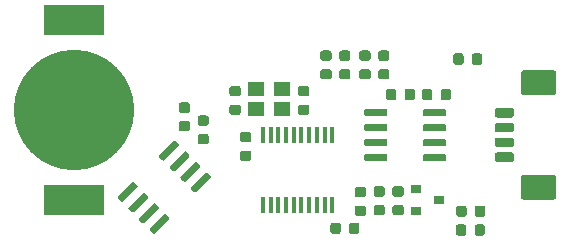
<source format=gbr>
G04 #@! TF.GenerationSoftware,KiCad,Pcbnew,(5.1.5-0-10_14)*
G04 #@! TF.CreationDate,2020-02-04T10:15:42+01:00*
G04 #@! TF.ProjectId,FeatherCAN,46656174-6865-4724-9341-4e2e6b696361,1.0*
G04 #@! TF.SameCoordinates,Original*
G04 #@! TF.FileFunction,Paste,Top*
G04 #@! TF.FilePolarity,Positive*
%FSLAX46Y46*%
G04 Gerber Fmt 4.6, Leading zero omitted, Abs format (unit mm)*
G04 Created by KiCad (PCBNEW (5.1.5-0-10_14)) date 2020-02-04 10:15:42*
%MOMM*%
%LPD*%
G04 APERTURE LIST*
%ADD10C,0.100000*%
%ADD11R,5.100000X2.500000*%
%ADD12C,10.200000*%
%ADD13R,0.450000X1.450000*%
%ADD14R,0.900000X0.800000*%
%ADD15R,1.400000X1.200000*%
G04 APERTURE END LIST*
D10*
G36*
X145177691Y-103451053D02*
G01*
X145198926Y-103454203D01*
X145219750Y-103459419D01*
X145239962Y-103466651D01*
X145259368Y-103475830D01*
X145277781Y-103486866D01*
X145295024Y-103499654D01*
X145310930Y-103514070D01*
X145325346Y-103529976D01*
X145338134Y-103547219D01*
X145349170Y-103565632D01*
X145358349Y-103585038D01*
X145365581Y-103605250D01*
X145370797Y-103626074D01*
X145373947Y-103647309D01*
X145375000Y-103668750D01*
X145375000Y-104106250D01*
X145373947Y-104127691D01*
X145370797Y-104148926D01*
X145365581Y-104169750D01*
X145358349Y-104189962D01*
X145349170Y-104209368D01*
X145338134Y-104227781D01*
X145325346Y-104245024D01*
X145310930Y-104260930D01*
X145295024Y-104275346D01*
X145277781Y-104288134D01*
X145259368Y-104299170D01*
X145239962Y-104308349D01*
X145219750Y-104315581D01*
X145198926Y-104320797D01*
X145177691Y-104323947D01*
X145156250Y-104325000D01*
X144643750Y-104325000D01*
X144622309Y-104323947D01*
X144601074Y-104320797D01*
X144580250Y-104315581D01*
X144560038Y-104308349D01*
X144540632Y-104299170D01*
X144522219Y-104288134D01*
X144504976Y-104275346D01*
X144489070Y-104260930D01*
X144474654Y-104245024D01*
X144461866Y-104227781D01*
X144450830Y-104209368D01*
X144441651Y-104189962D01*
X144434419Y-104169750D01*
X144429203Y-104148926D01*
X144426053Y-104127691D01*
X144425000Y-104106250D01*
X144425000Y-103668750D01*
X144426053Y-103647309D01*
X144429203Y-103626074D01*
X144434419Y-103605250D01*
X144441651Y-103585038D01*
X144450830Y-103565632D01*
X144461866Y-103547219D01*
X144474654Y-103529976D01*
X144489070Y-103514070D01*
X144504976Y-103499654D01*
X144522219Y-103486866D01*
X144540632Y-103475830D01*
X144560038Y-103466651D01*
X144580250Y-103459419D01*
X144601074Y-103454203D01*
X144622309Y-103451053D01*
X144643750Y-103450000D01*
X145156250Y-103450000D01*
X145177691Y-103451053D01*
G37*
G36*
X145177691Y-101876053D02*
G01*
X145198926Y-101879203D01*
X145219750Y-101884419D01*
X145239962Y-101891651D01*
X145259368Y-101900830D01*
X145277781Y-101911866D01*
X145295024Y-101924654D01*
X145310930Y-101939070D01*
X145325346Y-101954976D01*
X145338134Y-101972219D01*
X145349170Y-101990632D01*
X145358349Y-102010038D01*
X145365581Y-102030250D01*
X145370797Y-102051074D01*
X145373947Y-102072309D01*
X145375000Y-102093750D01*
X145375000Y-102531250D01*
X145373947Y-102552691D01*
X145370797Y-102573926D01*
X145365581Y-102594750D01*
X145358349Y-102614962D01*
X145349170Y-102634368D01*
X145338134Y-102652781D01*
X145325346Y-102670024D01*
X145310930Y-102685930D01*
X145295024Y-102700346D01*
X145277781Y-102713134D01*
X145259368Y-102724170D01*
X145239962Y-102733349D01*
X145219750Y-102740581D01*
X145198926Y-102745797D01*
X145177691Y-102748947D01*
X145156250Y-102750000D01*
X144643750Y-102750000D01*
X144622309Y-102748947D01*
X144601074Y-102745797D01*
X144580250Y-102740581D01*
X144560038Y-102733349D01*
X144540632Y-102724170D01*
X144522219Y-102713134D01*
X144504976Y-102700346D01*
X144489070Y-102685930D01*
X144474654Y-102670024D01*
X144461866Y-102652781D01*
X144450830Y-102634368D01*
X144441651Y-102614962D01*
X144434419Y-102594750D01*
X144429203Y-102573926D01*
X144426053Y-102552691D01*
X144425000Y-102531250D01*
X144425000Y-102093750D01*
X144426053Y-102072309D01*
X144429203Y-102051074D01*
X144434419Y-102030250D01*
X144441651Y-102010038D01*
X144450830Y-101990632D01*
X144461866Y-101972219D01*
X144474654Y-101954976D01*
X144489070Y-101939070D01*
X144504976Y-101924654D01*
X144522219Y-101911866D01*
X144540632Y-101900830D01*
X144560038Y-101891651D01*
X144580250Y-101884419D01*
X144601074Y-101879203D01*
X144622309Y-101876053D01*
X144643750Y-101875000D01*
X145156250Y-101875000D01*
X145177691Y-101876053D01*
G37*
G36*
X158477691Y-113601053D02*
G01*
X158498926Y-113604203D01*
X158519750Y-113609419D01*
X158539962Y-113616651D01*
X158559368Y-113625830D01*
X158577781Y-113636866D01*
X158595024Y-113649654D01*
X158610930Y-113664070D01*
X158625346Y-113679976D01*
X158638134Y-113697219D01*
X158649170Y-113715632D01*
X158658349Y-113735038D01*
X158665581Y-113755250D01*
X158670797Y-113776074D01*
X158673947Y-113797309D01*
X158675000Y-113818750D01*
X158675000Y-114331250D01*
X158673947Y-114352691D01*
X158670797Y-114373926D01*
X158665581Y-114394750D01*
X158658349Y-114414962D01*
X158649170Y-114434368D01*
X158638134Y-114452781D01*
X158625346Y-114470024D01*
X158610930Y-114485930D01*
X158595024Y-114500346D01*
X158577781Y-114513134D01*
X158559368Y-114524170D01*
X158539962Y-114533349D01*
X158519750Y-114540581D01*
X158498926Y-114545797D01*
X158477691Y-114548947D01*
X158456250Y-114550000D01*
X158018750Y-114550000D01*
X157997309Y-114548947D01*
X157976074Y-114545797D01*
X157955250Y-114540581D01*
X157935038Y-114533349D01*
X157915632Y-114524170D01*
X157897219Y-114513134D01*
X157879976Y-114500346D01*
X157864070Y-114485930D01*
X157849654Y-114470024D01*
X157836866Y-114452781D01*
X157825830Y-114434368D01*
X157816651Y-114414962D01*
X157809419Y-114394750D01*
X157804203Y-114373926D01*
X157801053Y-114352691D01*
X157800000Y-114331250D01*
X157800000Y-113818750D01*
X157801053Y-113797309D01*
X157804203Y-113776074D01*
X157809419Y-113755250D01*
X157816651Y-113735038D01*
X157825830Y-113715632D01*
X157836866Y-113697219D01*
X157849654Y-113679976D01*
X157864070Y-113664070D01*
X157879976Y-113649654D01*
X157897219Y-113636866D01*
X157915632Y-113625830D01*
X157935038Y-113616651D01*
X157955250Y-113609419D01*
X157976074Y-113604203D01*
X157997309Y-113601053D01*
X158018750Y-113600000D01*
X158456250Y-113600000D01*
X158477691Y-113601053D01*
G37*
G36*
X160052691Y-113601053D02*
G01*
X160073926Y-113604203D01*
X160094750Y-113609419D01*
X160114962Y-113616651D01*
X160134368Y-113625830D01*
X160152781Y-113636866D01*
X160170024Y-113649654D01*
X160185930Y-113664070D01*
X160200346Y-113679976D01*
X160213134Y-113697219D01*
X160224170Y-113715632D01*
X160233349Y-113735038D01*
X160240581Y-113755250D01*
X160245797Y-113776074D01*
X160248947Y-113797309D01*
X160250000Y-113818750D01*
X160250000Y-114331250D01*
X160248947Y-114352691D01*
X160245797Y-114373926D01*
X160240581Y-114394750D01*
X160233349Y-114414962D01*
X160224170Y-114434368D01*
X160213134Y-114452781D01*
X160200346Y-114470024D01*
X160185930Y-114485930D01*
X160170024Y-114500346D01*
X160152781Y-114513134D01*
X160134368Y-114524170D01*
X160114962Y-114533349D01*
X160094750Y-114540581D01*
X160073926Y-114545797D01*
X160052691Y-114548947D01*
X160031250Y-114550000D01*
X159593750Y-114550000D01*
X159572309Y-114548947D01*
X159551074Y-114545797D01*
X159530250Y-114540581D01*
X159510038Y-114533349D01*
X159490632Y-114524170D01*
X159472219Y-114513134D01*
X159454976Y-114500346D01*
X159439070Y-114485930D01*
X159424654Y-114470024D01*
X159411866Y-114452781D01*
X159400830Y-114434368D01*
X159391651Y-114414962D01*
X159384419Y-114394750D01*
X159379203Y-114373926D01*
X159376053Y-114352691D01*
X159375000Y-114331250D01*
X159375000Y-113818750D01*
X159376053Y-113797309D01*
X159379203Y-113776074D01*
X159384419Y-113755250D01*
X159391651Y-113735038D01*
X159400830Y-113715632D01*
X159411866Y-113697219D01*
X159424654Y-113679976D01*
X159439070Y-113664070D01*
X159454976Y-113649654D01*
X159472219Y-113636866D01*
X159490632Y-113625830D01*
X159510038Y-113616651D01*
X159530250Y-113609419D01*
X159551074Y-113604203D01*
X159572309Y-113601053D01*
X159593750Y-113600000D01*
X160031250Y-113600000D01*
X160052691Y-113601053D01*
G37*
G36*
X150377691Y-100451053D02*
G01*
X150398926Y-100454203D01*
X150419750Y-100459419D01*
X150439962Y-100466651D01*
X150459368Y-100475830D01*
X150477781Y-100486866D01*
X150495024Y-100499654D01*
X150510930Y-100514070D01*
X150525346Y-100529976D01*
X150538134Y-100547219D01*
X150549170Y-100565632D01*
X150558349Y-100585038D01*
X150565581Y-100605250D01*
X150570797Y-100626074D01*
X150573947Y-100647309D01*
X150575000Y-100668750D01*
X150575000Y-101106250D01*
X150573947Y-101127691D01*
X150570797Y-101148926D01*
X150565581Y-101169750D01*
X150558349Y-101189962D01*
X150549170Y-101209368D01*
X150538134Y-101227781D01*
X150525346Y-101245024D01*
X150510930Y-101260930D01*
X150495024Y-101275346D01*
X150477781Y-101288134D01*
X150459368Y-101299170D01*
X150439962Y-101308349D01*
X150419750Y-101315581D01*
X150398926Y-101320797D01*
X150377691Y-101323947D01*
X150356250Y-101325000D01*
X149843750Y-101325000D01*
X149822309Y-101323947D01*
X149801074Y-101320797D01*
X149780250Y-101315581D01*
X149760038Y-101308349D01*
X149740632Y-101299170D01*
X149722219Y-101288134D01*
X149704976Y-101275346D01*
X149689070Y-101260930D01*
X149674654Y-101245024D01*
X149661866Y-101227781D01*
X149650830Y-101209368D01*
X149641651Y-101189962D01*
X149634419Y-101169750D01*
X149629203Y-101148926D01*
X149626053Y-101127691D01*
X149625000Y-101106250D01*
X149625000Y-100668750D01*
X149626053Y-100647309D01*
X149629203Y-100626074D01*
X149634419Y-100605250D01*
X149641651Y-100585038D01*
X149650830Y-100565632D01*
X149661866Y-100547219D01*
X149674654Y-100529976D01*
X149689070Y-100514070D01*
X149704976Y-100499654D01*
X149722219Y-100486866D01*
X149740632Y-100475830D01*
X149760038Y-100466651D01*
X149780250Y-100459419D01*
X149801074Y-100454203D01*
X149822309Y-100451053D01*
X149843750Y-100450000D01*
X150356250Y-100450000D01*
X150377691Y-100451053D01*
G37*
G36*
X150377691Y-98876053D02*
G01*
X150398926Y-98879203D01*
X150419750Y-98884419D01*
X150439962Y-98891651D01*
X150459368Y-98900830D01*
X150477781Y-98911866D01*
X150495024Y-98924654D01*
X150510930Y-98939070D01*
X150525346Y-98954976D01*
X150538134Y-98972219D01*
X150549170Y-98990632D01*
X150558349Y-99010038D01*
X150565581Y-99030250D01*
X150570797Y-99051074D01*
X150573947Y-99072309D01*
X150575000Y-99093750D01*
X150575000Y-99531250D01*
X150573947Y-99552691D01*
X150570797Y-99573926D01*
X150565581Y-99594750D01*
X150558349Y-99614962D01*
X150549170Y-99634368D01*
X150538134Y-99652781D01*
X150525346Y-99670024D01*
X150510930Y-99685930D01*
X150495024Y-99700346D01*
X150477781Y-99713134D01*
X150459368Y-99724170D01*
X150439962Y-99733349D01*
X150419750Y-99740581D01*
X150398926Y-99745797D01*
X150377691Y-99748947D01*
X150356250Y-99750000D01*
X149843750Y-99750000D01*
X149822309Y-99748947D01*
X149801074Y-99745797D01*
X149780250Y-99740581D01*
X149760038Y-99733349D01*
X149740632Y-99724170D01*
X149722219Y-99713134D01*
X149704976Y-99700346D01*
X149689070Y-99685930D01*
X149674654Y-99670024D01*
X149661866Y-99652781D01*
X149650830Y-99634368D01*
X149641651Y-99614962D01*
X149634419Y-99594750D01*
X149629203Y-99573926D01*
X149626053Y-99552691D01*
X149625000Y-99531250D01*
X149625000Y-99093750D01*
X149626053Y-99072309D01*
X149629203Y-99051074D01*
X149634419Y-99030250D01*
X149641651Y-99010038D01*
X149650830Y-98990632D01*
X149661866Y-98972219D01*
X149674654Y-98954976D01*
X149689070Y-98939070D01*
X149704976Y-98924654D01*
X149722219Y-98911866D01*
X149740632Y-98900830D01*
X149760038Y-98891651D01*
X149780250Y-98884419D01*
X149801074Y-98879203D01*
X149822309Y-98876053D01*
X149843750Y-98875000D01*
X150356250Y-98875000D01*
X150377691Y-98876053D01*
G37*
D11*
X125450000Y-96300000D03*
X125450000Y-111500000D03*
D12*
X125450000Y-103900000D03*
D10*
G36*
X133995051Y-106514165D02*
G01*
X134009612Y-106516325D01*
X134023891Y-106519902D01*
X134037751Y-106524861D01*
X134051058Y-106531155D01*
X134063684Y-106538723D01*
X134075507Y-106547491D01*
X134086414Y-106557377D01*
X134298546Y-106769509D01*
X134308432Y-106780416D01*
X134317200Y-106792239D01*
X134324768Y-106804865D01*
X134331062Y-106818172D01*
X134336021Y-106832032D01*
X134339598Y-106846311D01*
X134341758Y-106860872D01*
X134342480Y-106875575D01*
X134341758Y-106890278D01*
X134339598Y-106904839D01*
X134336021Y-106919118D01*
X134331062Y-106932978D01*
X134324768Y-106946285D01*
X134317200Y-106958911D01*
X134308432Y-106970734D01*
X134298546Y-106981641D01*
X133131820Y-108148367D01*
X133120913Y-108158253D01*
X133109090Y-108167021D01*
X133096464Y-108174589D01*
X133083157Y-108180883D01*
X133069297Y-108185842D01*
X133055018Y-108189419D01*
X133040457Y-108191579D01*
X133025754Y-108192301D01*
X133011051Y-108191579D01*
X132996490Y-108189419D01*
X132982211Y-108185842D01*
X132968351Y-108180883D01*
X132955044Y-108174589D01*
X132942418Y-108167021D01*
X132930595Y-108158253D01*
X132919688Y-108148367D01*
X132707556Y-107936235D01*
X132697670Y-107925328D01*
X132688902Y-107913505D01*
X132681334Y-107900879D01*
X132675040Y-107887572D01*
X132670081Y-107873712D01*
X132666504Y-107859433D01*
X132664344Y-107844872D01*
X132663622Y-107830169D01*
X132664344Y-107815466D01*
X132666504Y-107800905D01*
X132670081Y-107786626D01*
X132675040Y-107772766D01*
X132681334Y-107759459D01*
X132688902Y-107746833D01*
X132697670Y-107735010D01*
X132707556Y-107724103D01*
X133874282Y-106557377D01*
X133885189Y-106547491D01*
X133897012Y-106538723D01*
X133909638Y-106531155D01*
X133922945Y-106524861D01*
X133936805Y-106519902D01*
X133951084Y-106516325D01*
X133965645Y-106514165D01*
X133980348Y-106513443D01*
X133995051Y-106514165D01*
G37*
G36*
X134893076Y-107412191D02*
G01*
X134907637Y-107414351D01*
X134921916Y-107417928D01*
X134935776Y-107422887D01*
X134949083Y-107429181D01*
X134961709Y-107436749D01*
X134973532Y-107445517D01*
X134984439Y-107455403D01*
X135196571Y-107667535D01*
X135206457Y-107678442D01*
X135215225Y-107690265D01*
X135222793Y-107702891D01*
X135229087Y-107716198D01*
X135234046Y-107730058D01*
X135237623Y-107744337D01*
X135239783Y-107758898D01*
X135240505Y-107773601D01*
X135239783Y-107788304D01*
X135237623Y-107802865D01*
X135234046Y-107817144D01*
X135229087Y-107831004D01*
X135222793Y-107844311D01*
X135215225Y-107856937D01*
X135206457Y-107868760D01*
X135196571Y-107879667D01*
X134029845Y-109046393D01*
X134018938Y-109056279D01*
X134007115Y-109065047D01*
X133994489Y-109072615D01*
X133981182Y-109078909D01*
X133967322Y-109083868D01*
X133953043Y-109087445D01*
X133938482Y-109089605D01*
X133923779Y-109090327D01*
X133909076Y-109089605D01*
X133894515Y-109087445D01*
X133880236Y-109083868D01*
X133866376Y-109078909D01*
X133853069Y-109072615D01*
X133840443Y-109065047D01*
X133828620Y-109056279D01*
X133817713Y-109046393D01*
X133605581Y-108834261D01*
X133595695Y-108823354D01*
X133586927Y-108811531D01*
X133579359Y-108798905D01*
X133573065Y-108785598D01*
X133568106Y-108771738D01*
X133564529Y-108757459D01*
X133562369Y-108742898D01*
X133561647Y-108728195D01*
X133562369Y-108713492D01*
X133564529Y-108698931D01*
X133568106Y-108684652D01*
X133573065Y-108670792D01*
X133579359Y-108657485D01*
X133586927Y-108644859D01*
X133595695Y-108633036D01*
X133605581Y-108622129D01*
X134772307Y-107455403D01*
X134783214Y-107445517D01*
X134795037Y-107436749D01*
X134807663Y-107429181D01*
X134820970Y-107422887D01*
X134834830Y-107417928D01*
X134849109Y-107414351D01*
X134863670Y-107412191D01*
X134878373Y-107411469D01*
X134893076Y-107412191D01*
G37*
G36*
X135791102Y-108310217D02*
G01*
X135805663Y-108312377D01*
X135819942Y-108315954D01*
X135833802Y-108320913D01*
X135847109Y-108327207D01*
X135859735Y-108334775D01*
X135871558Y-108343543D01*
X135882465Y-108353429D01*
X136094597Y-108565561D01*
X136104483Y-108576468D01*
X136113251Y-108588291D01*
X136120819Y-108600917D01*
X136127113Y-108614224D01*
X136132072Y-108628084D01*
X136135649Y-108642363D01*
X136137809Y-108656924D01*
X136138531Y-108671627D01*
X136137809Y-108686330D01*
X136135649Y-108700891D01*
X136132072Y-108715170D01*
X136127113Y-108729030D01*
X136120819Y-108742337D01*
X136113251Y-108754963D01*
X136104483Y-108766786D01*
X136094597Y-108777693D01*
X134927871Y-109944419D01*
X134916964Y-109954305D01*
X134905141Y-109963073D01*
X134892515Y-109970641D01*
X134879208Y-109976935D01*
X134865348Y-109981894D01*
X134851069Y-109985471D01*
X134836508Y-109987631D01*
X134821805Y-109988353D01*
X134807102Y-109987631D01*
X134792541Y-109985471D01*
X134778262Y-109981894D01*
X134764402Y-109976935D01*
X134751095Y-109970641D01*
X134738469Y-109963073D01*
X134726646Y-109954305D01*
X134715739Y-109944419D01*
X134503607Y-109732287D01*
X134493721Y-109721380D01*
X134484953Y-109709557D01*
X134477385Y-109696931D01*
X134471091Y-109683624D01*
X134466132Y-109669764D01*
X134462555Y-109655485D01*
X134460395Y-109640924D01*
X134459673Y-109626221D01*
X134460395Y-109611518D01*
X134462555Y-109596957D01*
X134466132Y-109582678D01*
X134471091Y-109568818D01*
X134477385Y-109555511D01*
X134484953Y-109542885D01*
X134493721Y-109531062D01*
X134503607Y-109520155D01*
X135670333Y-108353429D01*
X135681240Y-108343543D01*
X135693063Y-108334775D01*
X135705689Y-108327207D01*
X135718996Y-108320913D01*
X135732856Y-108315954D01*
X135747135Y-108312377D01*
X135761696Y-108310217D01*
X135776399Y-108309495D01*
X135791102Y-108310217D01*
G37*
G36*
X136689128Y-109208242D02*
G01*
X136703689Y-109210402D01*
X136717968Y-109213979D01*
X136731828Y-109218938D01*
X136745135Y-109225232D01*
X136757761Y-109232800D01*
X136769584Y-109241568D01*
X136780491Y-109251454D01*
X136992623Y-109463586D01*
X137002509Y-109474493D01*
X137011277Y-109486316D01*
X137018845Y-109498942D01*
X137025139Y-109512249D01*
X137030098Y-109526109D01*
X137033675Y-109540388D01*
X137035835Y-109554949D01*
X137036557Y-109569652D01*
X137035835Y-109584355D01*
X137033675Y-109598916D01*
X137030098Y-109613195D01*
X137025139Y-109627055D01*
X137018845Y-109640362D01*
X137011277Y-109652988D01*
X137002509Y-109664811D01*
X136992623Y-109675718D01*
X135825897Y-110842444D01*
X135814990Y-110852330D01*
X135803167Y-110861098D01*
X135790541Y-110868666D01*
X135777234Y-110874960D01*
X135763374Y-110879919D01*
X135749095Y-110883496D01*
X135734534Y-110885656D01*
X135719831Y-110886378D01*
X135705128Y-110885656D01*
X135690567Y-110883496D01*
X135676288Y-110879919D01*
X135662428Y-110874960D01*
X135649121Y-110868666D01*
X135636495Y-110861098D01*
X135624672Y-110852330D01*
X135613765Y-110842444D01*
X135401633Y-110630312D01*
X135391747Y-110619405D01*
X135382979Y-110607582D01*
X135375411Y-110594956D01*
X135369117Y-110581649D01*
X135364158Y-110567789D01*
X135360581Y-110553510D01*
X135358421Y-110538949D01*
X135357699Y-110524246D01*
X135358421Y-110509543D01*
X135360581Y-110494982D01*
X135364158Y-110480703D01*
X135369117Y-110466843D01*
X135375411Y-110453536D01*
X135382979Y-110440910D01*
X135391747Y-110429087D01*
X135401633Y-110418180D01*
X136568359Y-109251454D01*
X136579266Y-109241568D01*
X136591089Y-109232800D01*
X136603715Y-109225232D01*
X136617022Y-109218938D01*
X136630882Y-109213979D01*
X136645161Y-109210402D01*
X136659722Y-109208242D01*
X136674425Y-109207520D01*
X136689128Y-109208242D01*
G37*
G36*
X133188949Y-112708421D02*
G01*
X133203510Y-112710581D01*
X133217789Y-112714158D01*
X133231649Y-112719117D01*
X133244956Y-112725411D01*
X133257582Y-112732979D01*
X133269405Y-112741747D01*
X133280312Y-112751633D01*
X133492444Y-112963765D01*
X133502330Y-112974672D01*
X133511098Y-112986495D01*
X133518666Y-112999121D01*
X133524960Y-113012428D01*
X133529919Y-113026288D01*
X133533496Y-113040567D01*
X133535656Y-113055128D01*
X133536378Y-113069831D01*
X133535656Y-113084534D01*
X133533496Y-113099095D01*
X133529919Y-113113374D01*
X133524960Y-113127234D01*
X133518666Y-113140541D01*
X133511098Y-113153167D01*
X133502330Y-113164990D01*
X133492444Y-113175897D01*
X132325718Y-114342623D01*
X132314811Y-114352509D01*
X132302988Y-114361277D01*
X132290362Y-114368845D01*
X132277055Y-114375139D01*
X132263195Y-114380098D01*
X132248916Y-114383675D01*
X132234355Y-114385835D01*
X132219652Y-114386557D01*
X132204949Y-114385835D01*
X132190388Y-114383675D01*
X132176109Y-114380098D01*
X132162249Y-114375139D01*
X132148942Y-114368845D01*
X132136316Y-114361277D01*
X132124493Y-114352509D01*
X132113586Y-114342623D01*
X131901454Y-114130491D01*
X131891568Y-114119584D01*
X131882800Y-114107761D01*
X131875232Y-114095135D01*
X131868938Y-114081828D01*
X131863979Y-114067968D01*
X131860402Y-114053689D01*
X131858242Y-114039128D01*
X131857520Y-114024425D01*
X131858242Y-114009722D01*
X131860402Y-113995161D01*
X131863979Y-113980882D01*
X131868938Y-113967022D01*
X131875232Y-113953715D01*
X131882800Y-113941089D01*
X131891568Y-113929266D01*
X131901454Y-113918359D01*
X133068180Y-112751633D01*
X133079087Y-112741747D01*
X133090910Y-112732979D01*
X133103536Y-112725411D01*
X133116843Y-112719117D01*
X133130703Y-112714158D01*
X133144982Y-112710581D01*
X133159543Y-112708421D01*
X133174246Y-112707699D01*
X133188949Y-112708421D01*
G37*
G36*
X132290924Y-111810395D02*
G01*
X132305485Y-111812555D01*
X132319764Y-111816132D01*
X132333624Y-111821091D01*
X132346931Y-111827385D01*
X132359557Y-111834953D01*
X132371380Y-111843721D01*
X132382287Y-111853607D01*
X132594419Y-112065739D01*
X132604305Y-112076646D01*
X132613073Y-112088469D01*
X132620641Y-112101095D01*
X132626935Y-112114402D01*
X132631894Y-112128262D01*
X132635471Y-112142541D01*
X132637631Y-112157102D01*
X132638353Y-112171805D01*
X132637631Y-112186508D01*
X132635471Y-112201069D01*
X132631894Y-112215348D01*
X132626935Y-112229208D01*
X132620641Y-112242515D01*
X132613073Y-112255141D01*
X132604305Y-112266964D01*
X132594419Y-112277871D01*
X131427693Y-113444597D01*
X131416786Y-113454483D01*
X131404963Y-113463251D01*
X131392337Y-113470819D01*
X131379030Y-113477113D01*
X131365170Y-113482072D01*
X131350891Y-113485649D01*
X131336330Y-113487809D01*
X131321627Y-113488531D01*
X131306924Y-113487809D01*
X131292363Y-113485649D01*
X131278084Y-113482072D01*
X131264224Y-113477113D01*
X131250917Y-113470819D01*
X131238291Y-113463251D01*
X131226468Y-113454483D01*
X131215561Y-113444597D01*
X131003429Y-113232465D01*
X130993543Y-113221558D01*
X130984775Y-113209735D01*
X130977207Y-113197109D01*
X130970913Y-113183802D01*
X130965954Y-113169942D01*
X130962377Y-113155663D01*
X130960217Y-113141102D01*
X130959495Y-113126399D01*
X130960217Y-113111696D01*
X130962377Y-113097135D01*
X130965954Y-113082856D01*
X130970913Y-113068996D01*
X130977207Y-113055689D01*
X130984775Y-113043063D01*
X130993543Y-113031240D01*
X131003429Y-113020333D01*
X132170155Y-111853607D01*
X132181062Y-111843721D01*
X132192885Y-111834953D01*
X132205511Y-111827385D01*
X132218818Y-111821091D01*
X132232678Y-111816132D01*
X132246957Y-111812555D01*
X132261518Y-111810395D01*
X132276221Y-111809673D01*
X132290924Y-111810395D01*
G37*
G36*
X131392898Y-110912369D02*
G01*
X131407459Y-110914529D01*
X131421738Y-110918106D01*
X131435598Y-110923065D01*
X131448905Y-110929359D01*
X131461531Y-110936927D01*
X131473354Y-110945695D01*
X131484261Y-110955581D01*
X131696393Y-111167713D01*
X131706279Y-111178620D01*
X131715047Y-111190443D01*
X131722615Y-111203069D01*
X131728909Y-111216376D01*
X131733868Y-111230236D01*
X131737445Y-111244515D01*
X131739605Y-111259076D01*
X131740327Y-111273779D01*
X131739605Y-111288482D01*
X131737445Y-111303043D01*
X131733868Y-111317322D01*
X131728909Y-111331182D01*
X131722615Y-111344489D01*
X131715047Y-111357115D01*
X131706279Y-111368938D01*
X131696393Y-111379845D01*
X130529667Y-112546571D01*
X130518760Y-112556457D01*
X130506937Y-112565225D01*
X130494311Y-112572793D01*
X130481004Y-112579087D01*
X130467144Y-112584046D01*
X130452865Y-112587623D01*
X130438304Y-112589783D01*
X130423601Y-112590505D01*
X130408898Y-112589783D01*
X130394337Y-112587623D01*
X130380058Y-112584046D01*
X130366198Y-112579087D01*
X130352891Y-112572793D01*
X130340265Y-112565225D01*
X130328442Y-112556457D01*
X130317535Y-112546571D01*
X130105403Y-112334439D01*
X130095517Y-112323532D01*
X130086749Y-112311709D01*
X130079181Y-112299083D01*
X130072887Y-112285776D01*
X130067928Y-112271916D01*
X130064351Y-112257637D01*
X130062191Y-112243076D01*
X130061469Y-112228373D01*
X130062191Y-112213670D01*
X130064351Y-112199109D01*
X130067928Y-112184830D01*
X130072887Y-112170970D01*
X130079181Y-112157663D01*
X130086749Y-112145037D01*
X130095517Y-112133214D01*
X130105403Y-112122307D01*
X131272129Y-110955581D01*
X131283036Y-110945695D01*
X131294859Y-110936927D01*
X131307485Y-110929359D01*
X131320792Y-110923065D01*
X131334652Y-110918106D01*
X131348931Y-110914529D01*
X131363492Y-110912369D01*
X131378195Y-110911647D01*
X131392898Y-110912369D01*
G37*
G36*
X130494872Y-110014344D02*
G01*
X130509433Y-110016504D01*
X130523712Y-110020081D01*
X130537572Y-110025040D01*
X130550879Y-110031334D01*
X130563505Y-110038902D01*
X130575328Y-110047670D01*
X130586235Y-110057556D01*
X130798367Y-110269688D01*
X130808253Y-110280595D01*
X130817021Y-110292418D01*
X130824589Y-110305044D01*
X130830883Y-110318351D01*
X130835842Y-110332211D01*
X130839419Y-110346490D01*
X130841579Y-110361051D01*
X130842301Y-110375754D01*
X130841579Y-110390457D01*
X130839419Y-110405018D01*
X130835842Y-110419297D01*
X130830883Y-110433157D01*
X130824589Y-110446464D01*
X130817021Y-110459090D01*
X130808253Y-110470913D01*
X130798367Y-110481820D01*
X129631641Y-111648546D01*
X129620734Y-111658432D01*
X129608911Y-111667200D01*
X129596285Y-111674768D01*
X129582978Y-111681062D01*
X129569118Y-111686021D01*
X129554839Y-111689598D01*
X129540278Y-111691758D01*
X129525575Y-111692480D01*
X129510872Y-111691758D01*
X129496311Y-111689598D01*
X129482032Y-111686021D01*
X129468172Y-111681062D01*
X129454865Y-111674768D01*
X129442239Y-111667200D01*
X129430416Y-111658432D01*
X129419509Y-111648546D01*
X129207377Y-111436414D01*
X129197491Y-111425507D01*
X129188723Y-111413684D01*
X129181155Y-111401058D01*
X129174861Y-111387751D01*
X129169902Y-111373891D01*
X129166325Y-111359612D01*
X129164165Y-111345051D01*
X129163443Y-111330348D01*
X129164165Y-111315645D01*
X129166325Y-111301084D01*
X129169902Y-111286805D01*
X129174861Y-111272945D01*
X129181155Y-111259638D01*
X129188723Y-111247012D01*
X129197491Y-111235189D01*
X129207377Y-111224282D01*
X130374103Y-110057556D01*
X130385010Y-110047670D01*
X130396833Y-110038902D01*
X130409459Y-110031334D01*
X130422766Y-110025040D01*
X130436626Y-110020081D01*
X130450905Y-110016504D01*
X130465466Y-110014344D01*
X130480169Y-110013622D01*
X130494872Y-110014344D01*
G37*
D13*
X147325000Y-106050000D03*
X146675000Y-106050000D03*
X146025000Y-106050000D03*
X145375000Y-106050000D03*
X144725000Y-106050000D03*
X144075000Y-106050000D03*
X143425000Y-106050000D03*
X142775000Y-106050000D03*
X142125000Y-106050000D03*
X141475000Y-106050000D03*
X141475000Y-111950000D03*
X142125000Y-111950000D03*
X142775000Y-111950000D03*
X143425000Y-111950000D03*
X144075000Y-111950000D03*
X144725000Y-111950000D03*
X145375000Y-111950000D03*
X146025000Y-111950000D03*
X146675000Y-111950000D03*
X147325000Y-111950000D03*
D10*
G36*
X151864703Y-103845722D02*
G01*
X151879264Y-103847882D01*
X151893543Y-103851459D01*
X151907403Y-103856418D01*
X151920710Y-103862712D01*
X151933336Y-103870280D01*
X151945159Y-103879048D01*
X151956066Y-103888934D01*
X151965952Y-103899841D01*
X151974720Y-103911664D01*
X151982288Y-103924290D01*
X151988582Y-103937597D01*
X151993541Y-103951457D01*
X151997118Y-103965736D01*
X151999278Y-103980297D01*
X152000000Y-103995000D01*
X152000000Y-104295000D01*
X151999278Y-104309703D01*
X151997118Y-104324264D01*
X151993541Y-104338543D01*
X151988582Y-104352403D01*
X151982288Y-104365710D01*
X151974720Y-104378336D01*
X151965952Y-104390159D01*
X151956066Y-104401066D01*
X151945159Y-104410952D01*
X151933336Y-104419720D01*
X151920710Y-104427288D01*
X151907403Y-104433582D01*
X151893543Y-104438541D01*
X151879264Y-104442118D01*
X151864703Y-104444278D01*
X151850000Y-104445000D01*
X150200000Y-104445000D01*
X150185297Y-104444278D01*
X150170736Y-104442118D01*
X150156457Y-104438541D01*
X150142597Y-104433582D01*
X150129290Y-104427288D01*
X150116664Y-104419720D01*
X150104841Y-104410952D01*
X150093934Y-104401066D01*
X150084048Y-104390159D01*
X150075280Y-104378336D01*
X150067712Y-104365710D01*
X150061418Y-104352403D01*
X150056459Y-104338543D01*
X150052882Y-104324264D01*
X150050722Y-104309703D01*
X150050000Y-104295000D01*
X150050000Y-103995000D01*
X150050722Y-103980297D01*
X150052882Y-103965736D01*
X150056459Y-103951457D01*
X150061418Y-103937597D01*
X150067712Y-103924290D01*
X150075280Y-103911664D01*
X150084048Y-103899841D01*
X150093934Y-103888934D01*
X150104841Y-103879048D01*
X150116664Y-103870280D01*
X150129290Y-103862712D01*
X150142597Y-103856418D01*
X150156457Y-103851459D01*
X150170736Y-103847882D01*
X150185297Y-103845722D01*
X150200000Y-103845000D01*
X151850000Y-103845000D01*
X151864703Y-103845722D01*
G37*
G36*
X151864703Y-105115722D02*
G01*
X151879264Y-105117882D01*
X151893543Y-105121459D01*
X151907403Y-105126418D01*
X151920710Y-105132712D01*
X151933336Y-105140280D01*
X151945159Y-105149048D01*
X151956066Y-105158934D01*
X151965952Y-105169841D01*
X151974720Y-105181664D01*
X151982288Y-105194290D01*
X151988582Y-105207597D01*
X151993541Y-105221457D01*
X151997118Y-105235736D01*
X151999278Y-105250297D01*
X152000000Y-105265000D01*
X152000000Y-105565000D01*
X151999278Y-105579703D01*
X151997118Y-105594264D01*
X151993541Y-105608543D01*
X151988582Y-105622403D01*
X151982288Y-105635710D01*
X151974720Y-105648336D01*
X151965952Y-105660159D01*
X151956066Y-105671066D01*
X151945159Y-105680952D01*
X151933336Y-105689720D01*
X151920710Y-105697288D01*
X151907403Y-105703582D01*
X151893543Y-105708541D01*
X151879264Y-105712118D01*
X151864703Y-105714278D01*
X151850000Y-105715000D01*
X150200000Y-105715000D01*
X150185297Y-105714278D01*
X150170736Y-105712118D01*
X150156457Y-105708541D01*
X150142597Y-105703582D01*
X150129290Y-105697288D01*
X150116664Y-105689720D01*
X150104841Y-105680952D01*
X150093934Y-105671066D01*
X150084048Y-105660159D01*
X150075280Y-105648336D01*
X150067712Y-105635710D01*
X150061418Y-105622403D01*
X150056459Y-105608543D01*
X150052882Y-105594264D01*
X150050722Y-105579703D01*
X150050000Y-105565000D01*
X150050000Y-105265000D01*
X150050722Y-105250297D01*
X150052882Y-105235736D01*
X150056459Y-105221457D01*
X150061418Y-105207597D01*
X150067712Y-105194290D01*
X150075280Y-105181664D01*
X150084048Y-105169841D01*
X150093934Y-105158934D01*
X150104841Y-105149048D01*
X150116664Y-105140280D01*
X150129290Y-105132712D01*
X150142597Y-105126418D01*
X150156457Y-105121459D01*
X150170736Y-105117882D01*
X150185297Y-105115722D01*
X150200000Y-105115000D01*
X151850000Y-105115000D01*
X151864703Y-105115722D01*
G37*
G36*
X151864703Y-106385722D02*
G01*
X151879264Y-106387882D01*
X151893543Y-106391459D01*
X151907403Y-106396418D01*
X151920710Y-106402712D01*
X151933336Y-106410280D01*
X151945159Y-106419048D01*
X151956066Y-106428934D01*
X151965952Y-106439841D01*
X151974720Y-106451664D01*
X151982288Y-106464290D01*
X151988582Y-106477597D01*
X151993541Y-106491457D01*
X151997118Y-106505736D01*
X151999278Y-106520297D01*
X152000000Y-106535000D01*
X152000000Y-106835000D01*
X151999278Y-106849703D01*
X151997118Y-106864264D01*
X151993541Y-106878543D01*
X151988582Y-106892403D01*
X151982288Y-106905710D01*
X151974720Y-106918336D01*
X151965952Y-106930159D01*
X151956066Y-106941066D01*
X151945159Y-106950952D01*
X151933336Y-106959720D01*
X151920710Y-106967288D01*
X151907403Y-106973582D01*
X151893543Y-106978541D01*
X151879264Y-106982118D01*
X151864703Y-106984278D01*
X151850000Y-106985000D01*
X150200000Y-106985000D01*
X150185297Y-106984278D01*
X150170736Y-106982118D01*
X150156457Y-106978541D01*
X150142597Y-106973582D01*
X150129290Y-106967288D01*
X150116664Y-106959720D01*
X150104841Y-106950952D01*
X150093934Y-106941066D01*
X150084048Y-106930159D01*
X150075280Y-106918336D01*
X150067712Y-106905710D01*
X150061418Y-106892403D01*
X150056459Y-106878543D01*
X150052882Y-106864264D01*
X150050722Y-106849703D01*
X150050000Y-106835000D01*
X150050000Y-106535000D01*
X150050722Y-106520297D01*
X150052882Y-106505736D01*
X150056459Y-106491457D01*
X150061418Y-106477597D01*
X150067712Y-106464290D01*
X150075280Y-106451664D01*
X150084048Y-106439841D01*
X150093934Y-106428934D01*
X150104841Y-106419048D01*
X150116664Y-106410280D01*
X150129290Y-106402712D01*
X150142597Y-106396418D01*
X150156457Y-106391459D01*
X150170736Y-106387882D01*
X150185297Y-106385722D01*
X150200000Y-106385000D01*
X151850000Y-106385000D01*
X151864703Y-106385722D01*
G37*
G36*
X151864703Y-107655722D02*
G01*
X151879264Y-107657882D01*
X151893543Y-107661459D01*
X151907403Y-107666418D01*
X151920710Y-107672712D01*
X151933336Y-107680280D01*
X151945159Y-107689048D01*
X151956066Y-107698934D01*
X151965952Y-107709841D01*
X151974720Y-107721664D01*
X151982288Y-107734290D01*
X151988582Y-107747597D01*
X151993541Y-107761457D01*
X151997118Y-107775736D01*
X151999278Y-107790297D01*
X152000000Y-107805000D01*
X152000000Y-108105000D01*
X151999278Y-108119703D01*
X151997118Y-108134264D01*
X151993541Y-108148543D01*
X151988582Y-108162403D01*
X151982288Y-108175710D01*
X151974720Y-108188336D01*
X151965952Y-108200159D01*
X151956066Y-108211066D01*
X151945159Y-108220952D01*
X151933336Y-108229720D01*
X151920710Y-108237288D01*
X151907403Y-108243582D01*
X151893543Y-108248541D01*
X151879264Y-108252118D01*
X151864703Y-108254278D01*
X151850000Y-108255000D01*
X150200000Y-108255000D01*
X150185297Y-108254278D01*
X150170736Y-108252118D01*
X150156457Y-108248541D01*
X150142597Y-108243582D01*
X150129290Y-108237288D01*
X150116664Y-108229720D01*
X150104841Y-108220952D01*
X150093934Y-108211066D01*
X150084048Y-108200159D01*
X150075280Y-108188336D01*
X150067712Y-108175710D01*
X150061418Y-108162403D01*
X150056459Y-108148543D01*
X150052882Y-108134264D01*
X150050722Y-108119703D01*
X150050000Y-108105000D01*
X150050000Y-107805000D01*
X150050722Y-107790297D01*
X150052882Y-107775736D01*
X150056459Y-107761457D01*
X150061418Y-107747597D01*
X150067712Y-107734290D01*
X150075280Y-107721664D01*
X150084048Y-107709841D01*
X150093934Y-107698934D01*
X150104841Y-107689048D01*
X150116664Y-107680280D01*
X150129290Y-107672712D01*
X150142597Y-107666418D01*
X150156457Y-107661459D01*
X150170736Y-107657882D01*
X150185297Y-107655722D01*
X150200000Y-107655000D01*
X151850000Y-107655000D01*
X151864703Y-107655722D01*
G37*
G36*
X156814703Y-107655722D02*
G01*
X156829264Y-107657882D01*
X156843543Y-107661459D01*
X156857403Y-107666418D01*
X156870710Y-107672712D01*
X156883336Y-107680280D01*
X156895159Y-107689048D01*
X156906066Y-107698934D01*
X156915952Y-107709841D01*
X156924720Y-107721664D01*
X156932288Y-107734290D01*
X156938582Y-107747597D01*
X156943541Y-107761457D01*
X156947118Y-107775736D01*
X156949278Y-107790297D01*
X156950000Y-107805000D01*
X156950000Y-108105000D01*
X156949278Y-108119703D01*
X156947118Y-108134264D01*
X156943541Y-108148543D01*
X156938582Y-108162403D01*
X156932288Y-108175710D01*
X156924720Y-108188336D01*
X156915952Y-108200159D01*
X156906066Y-108211066D01*
X156895159Y-108220952D01*
X156883336Y-108229720D01*
X156870710Y-108237288D01*
X156857403Y-108243582D01*
X156843543Y-108248541D01*
X156829264Y-108252118D01*
X156814703Y-108254278D01*
X156800000Y-108255000D01*
X155150000Y-108255000D01*
X155135297Y-108254278D01*
X155120736Y-108252118D01*
X155106457Y-108248541D01*
X155092597Y-108243582D01*
X155079290Y-108237288D01*
X155066664Y-108229720D01*
X155054841Y-108220952D01*
X155043934Y-108211066D01*
X155034048Y-108200159D01*
X155025280Y-108188336D01*
X155017712Y-108175710D01*
X155011418Y-108162403D01*
X155006459Y-108148543D01*
X155002882Y-108134264D01*
X155000722Y-108119703D01*
X155000000Y-108105000D01*
X155000000Y-107805000D01*
X155000722Y-107790297D01*
X155002882Y-107775736D01*
X155006459Y-107761457D01*
X155011418Y-107747597D01*
X155017712Y-107734290D01*
X155025280Y-107721664D01*
X155034048Y-107709841D01*
X155043934Y-107698934D01*
X155054841Y-107689048D01*
X155066664Y-107680280D01*
X155079290Y-107672712D01*
X155092597Y-107666418D01*
X155106457Y-107661459D01*
X155120736Y-107657882D01*
X155135297Y-107655722D01*
X155150000Y-107655000D01*
X156800000Y-107655000D01*
X156814703Y-107655722D01*
G37*
G36*
X156814703Y-106385722D02*
G01*
X156829264Y-106387882D01*
X156843543Y-106391459D01*
X156857403Y-106396418D01*
X156870710Y-106402712D01*
X156883336Y-106410280D01*
X156895159Y-106419048D01*
X156906066Y-106428934D01*
X156915952Y-106439841D01*
X156924720Y-106451664D01*
X156932288Y-106464290D01*
X156938582Y-106477597D01*
X156943541Y-106491457D01*
X156947118Y-106505736D01*
X156949278Y-106520297D01*
X156950000Y-106535000D01*
X156950000Y-106835000D01*
X156949278Y-106849703D01*
X156947118Y-106864264D01*
X156943541Y-106878543D01*
X156938582Y-106892403D01*
X156932288Y-106905710D01*
X156924720Y-106918336D01*
X156915952Y-106930159D01*
X156906066Y-106941066D01*
X156895159Y-106950952D01*
X156883336Y-106959720D01*
X156870710Y-106967288D01*
X156857403Y-106973582D01*
X156843543Y-106978541D01*
X156829264Y-106982118D01*
X156814703Y-106984278D01*
X156800000Y-106985000D01*
X155150000Y-106985000D01*
X155135297Y-106984278D01*
X155120736Y-106982118D01*
X155106457Y-106978541D01*
X155092597Y-106973582D01*
X155079290Y-106967288D01*
X155066664Y-106959720D01*
X155054841Y-106950952D01*
X155043934Y-106941066D01*
X155034048Y-106930159D01*
X155025280Y-106918336D01*
X155017712Y-106905710D01*
X155011418Y-106892403D01*
X155006459Y-106878543D01*
X155002882Y-106864264D01*
X155000722Y-106849703D01*
X155000000Y-106835000D01*
X155000000Y-106535000D01*
X155000722Y-106520297D01*
X155002882Y-106505736D01*
X155006459Y-106491457D01*
X155011418Y-106477597D01*
X155017712Y-106464290D01*
X155025280Y-106451664D01*
X155034048Y-106439841D01*
X155043934Y-106428934D01*
X155054841Y-106419048D01*
X155066664Y-106410280D01*
X155079290Y-106402712D01*
X155092597Y-106396418D01*
X155106457Y-106391459D01*
X155120736Y-106387882D01*
X155135297Y-106385722D01*
X155150000Y-106385000D01*
X156800000Y-106385000D01*
X156814703Y-106385722D01*
G37*
G36*
X156814703Y-105115722D02*
G01*
X156829264Y-105117882D01*
X156843543Y-105121459D01*
X156857403Y-105126418D01*
X156870710Y-105132712D01*
X156883336Y-105140280D01*
X156895159Y-105149048D01*
X156906066Y-105158934D01*
X156915952Y-105169841D01*
X156924720Y-105181664D01*
X156932288Y-105194290D01*
X156938582Y-105207597D01*
X156943541Y-105221457D01*
X156947118Y-105235736D01*
X156949278Y-105250297D01*
X156950000Y-105265000D01*
X156950000Y-105565000D01*
X156949278Y-105579703D01*
X156947118Y-105594264D01*
X156943541Y-105608543D01*
X156938582Y-105622403D01*
X156932288Y-105635710D01*
X156924720Y-105648336D01*
X156915952Y-105660159D01*
X156906066Y-105671066D01*
X156895159Y-105680952D01*
X156883336Y-105689720D01*
X156870710Y-105697288D01*
X156857403Y-105703582D01*
X156843543Y-105708541D01*
X156829264Y-105712118D01*
X156814703Y-105714278D01*
X156800000Y-105715000D01*
X155150000Y-105715000D01*
X155135297Y-105714278D01*
X155120736Y-105712118D01*
X155106457Y-105708541D01*
X155092597Y-105703582D01*
X155079290Y-105697288D01*
X155066664Y-105689720D01*
X155054841Y-105680952D01*
X155043934Y-105671066D01*
X155034048Y-105660159D01*
X155025280Y-105648336D01*
X155017712Y-105635710D01*
X155011418Y-105622403D01*
X155006459Y-105608543D01*
X155002882Y-105594264D01*
X155000722Y-105579703D01*
X155000000Y-105565000D01*
X155000000Y-105265000D01*
X155000722Y-105250297D01*
X155002882Y-105235736D01*
X155006459Y-105221457D01*
X155011418Y-105207597D01*
X155017712Y-105194290D01*
X155025280Y-105181664D01*
X155034048Y-105169841D01*
X155043934Y-105158934D01*
X155054841Y-105149048D01*
X155066664Y-105140280D01*
X155079290Y-105132712D01*
X155092597Y-105126418D01*
X155106457Y-105121459D01*
X155120736Y-105117882D01*
X155135297Y-105115722D01*
X155150000Y-105115000D01*
X156800000Y-105115000D01*
X156814703Y-105115722D01*
G37*
G36*
X156814703Y-103845722D02*
G01*
X156829264Y-103847882D01*
X156843543Y-103851459D01*
X156857403Y-103856418D01*
X156870710Y-103862712D01*
X156883336Y-103870280D01*
X156895159Y-103879048D01*
X156906066Y-103888934D01*
X156915952Y-103899841D01*
X156924720Y-103911664D01*
X156932288Y-103924290D01*
X156938582Y-103937597D01*
X156943541Y-103951457D01*
X156947118Y-103965736D01*
X156949278Y-103980297D01*
X156950000Y-103995000D01*
X156950000Y-104295000D01*
X156949278Y-104309703D01*
X156947118Y-104324264D01*
X156943541Y-104338543D01*
X156938582Y-104352403D01*
X156932288Y-104365710D01*
X156924720Y-104378336D01*
X156915952Y-104390159D01*
X156906066Y-104401066D01*
X156895159Y-104410952D01*
X156883336Y-104419720D01*
X156870710Y-104427288D01*
X156857403Y-104433582D01*
X156843543Y-104438541D01*
X156829264Y-104442118D01*
X156814703Y-104444278D01*
X156800000Y-104445000D01*
X155150000Y-104445000D01*
X155135297Y-104444278D01*
X155120736Y-104442118D01*
X155106457Y-104438541D01*
X155092597Y-104433582D01*
X155079290Y-104427288D01*
X155066664Y-104419720D01*
X155054841Y-104410952D01*
X155043934Y-104401066D01*
X155034048Y-104390159D01*
X155025280Y-104378336D01*
X155017712Y-104365710D01*
X155011418Y-104352403D01*
X155006459Y-104338543D01*
X155002882Y-104324264D01*
X155000722Y-104309703D01*
X155000000Y-104295000D01*
X155000000Y-103995000D01*
X155000722Y-103980297D01*
X155002882Y-103965736D01*
X155006459Y-103951457D01*
X155011418Y-103937597D01*
X155017712Y-103924290D01*
X155025280Y-103911664D01*
X155034048Y-103899841D01*
X155043934Y-103888934D01*
X155054841Y-103879048D01*
X155066664Y-103870280D01*
X155079290Y-103862712D01*
X155092597Y-103856418D01*
X155106457Y-103851459D01*
X155120736Y-103847882D01*
X155135297Y-103845722D01*
X155150000Y-103845000D01*
X156800000Y-103845000D01*
X156814703Y-103845722D01*
G37*
G36*
X151977691Y-100451053D02*
G01*
X151998926Y-100454203D01*
X152019750Y-100459419D01*
X152039962Y-100466651D01*
X152059368Y-100475830D01*
X152077781Y-100486866D01*
X152095024Y-100499654D01*
X152110930Y-100514070D01*
X152125346Y-100529976D01*
X152138134Y-100547219D01*
X152149170Y-100565632D01*
X152158349Y-100585038D01*
X152165581Y-100605250D01*
X152170797Y-100626074D01*
X152173947Y-100647309D01*
X152175000Y-100668750D01*
X152175000Y-101106250D01*
X152173947Y-101127691D01*
X152170797Y-101148926D01*
X152165581Y-101169750D01*
X152158349Y-101189962D01*
X152149170Y-101209368D01*
X152138134Y-101227781D01*
X152125346Y-101245024D01*
X152110930Y-101260930D01*
X152095024Y-101275346D01*
X152077781Y-101288134D01*
X152059368Y-101299170D01*
X152039962Y-101308349D01*
X152019750Y-101315581D01*
X151998926Y-101320797D01*
X151977691Y-101323947D01*
X151956250Y-101325000D01*
X151443750Y-101325000D01*
X151422309Y-101323947D01*
X151401074Y-101320797D01*
X151380250Y-101315581D01*
X151360038Y-101308349D01*
X151340632Y-101299170D01*
X151322219Y-101288134D01*
X151304976Y-101275346D01*
X151289070Y-101260930D01*
X151274654Y-101245024D01*
X151261866Y-101227781D01*
X151250830Y-101209368D01*
X151241651Y-101189962D01*
X151234419Y-101169750D01*
X151229203Y-101148926D01*
X151226053Y-101127691D01*
X151225000Y-101106250D01*
X151225000Y-100668750D01*
X151226053Y-100647309D01*
X151229203Y-100626074D01*
X151234419Y-100605250D01*
X151241651Y-100585038D01*
X151250830Y-100565632D01*
X151261866Y-100547219D01*
X151274654Y-100529976D01*
X151289070Y-100514070D01*
X151304976Y-100499654D01*
X151322219Y-100486866D01*
X151340632Y-100475830D01*
X151360038Y-100466651D01*
X151380250Y-100459419D01*
X151401074Y-100454203D01*
X151422309Y-100451053D01*
X151443750Y-100450000D01*
X151956250Y-100450000D01*
X151977691Y-100451053D01*
G37*
G36*
X151977691Y-98876053D02*
G01*
X151998926Y-98879203D01*
X152019750Y-98884419D01*
X152039962Y-98891651D01*
X152059368Y-98900830D01*
X152077781Y-98911866D01*
X152095024Y-98924654D01*
X152110930Y-98939070D01*
X152125346Y-98954976D01*
X152138134Y-98972219D01*
X152149170Y-98990632D01*
X152158349Y-99010038D01*
X152165581Y-99030250D01*
X152170797Y-99051074D01*
X152173947Y-99072309D01*
X152175000Y-99093750D01*
X152175000Y-99531250D01*
X152173947Y-99552691D01*
X152170797Y-99573926D01*
X152165581Y-99594750D01*
X152158349Y-99614962D01*
X152149170Y-99634368D01*
X152138134Y-99652781D01*
X152125346Y-99670024D01*
X152110930Y-99685930D01*
X152095024Y-99700346D01*
X152077781Y-99713134D01*
X152059368Y-99724170D01*
X152039962Y-99733349D01*
X152019750Y-99740581D01*
X151998926Y-99745797D01*
X151977691Y-99748947D01*
X151956250Y-99750000D01*
X151443750Y-99750000D01*
X151422309Y-99748947D01*
X151401074Y-99745797D01*
X151380250Y-99740581D01*
X151360038Y-99733349D01*
X151340632Y-99724170D01*
X151322219Y-99713134D01*
X151304976Y-99700346D01*
X151289070Y-99685930D01*
X151274654Y-99670024D01*
X151261866Y-99652781D01*
X151250830Y-99634368D01*
X151241651Y-99614962D01*
X151234419Y-99594750D01*
X151229203Y-99573926D01*
X151226053Y-99552691D01*
X151225000Y-99531250D01*
X151225000Y-99093750D01*
X151226053Y-99072309D01*
X151229203Y-99051074D01*
X151234419Y-99030250D01*
X151241651Y-99010038D01*
X151250830Y-98990632D01*
X151261866Y-98972219D01*
X151274654Y-98954976D01*
X151289070Y-98939070D01*
X151304976Y-98924654D01*
X151322219Y-98911866D01*
X151340632Y-98900830D01*
X151360038Y-98891651D01*
X151380250Y-98884419D01*
X151401074Y-98879203D01*
X151422309Y-98876053D01*
X151443750Y-98875000D01*
X151956250Y-98875000D01*
X151977691Y-98876053D01*
G37*
G36*
X148677691Y-98876053D02*
G01*
X148698926Y-98879203D01*
X148719750Y-98884419D01*
X148739962Y-98891651D01*
X148759368Y-98900830D01*
X148777781Y-98911866D01*
X148795024Y-98924654D01*
X148810930Y-98939070D01*
X148825346Y-98954976D01*
X148838134Y-98972219D01*
X148849170Y-98990632D01*
X148858349Y-99010038D01*
X148865581Y-99030250D01*
X148870797Y-99051074D01*
X148873947Y-99072309D01*
X148875000Y-99093750D01*
X148875000Y-99531250D01*
X148873947Y-99552691D01*
X148870797Y-99573926D01*
X148865581Y-99594750D01*
X148858349Y-99614962D01*
X148849170Y-99634368D01*
X148838134Y-99652781D01*
X148825346Y-99670024D01*
X148810930Y-99685930D01*
X148795024Y-99700346D01*
X148777781Y-99713134D01*
X148759368Y-99724170D01*
X148739962Y-99733349D01*
X148719750Y-99740581D01*
X148698926Y-99745797D01*
X148677691Y-99748947D01*
X148656250Y-99750000D01*
X148143750Y-99750000D01*
X148122309Y-99748947D01*
X148101074Y-99745797D01*
X148080250Y-99740581D01*
X148060038Y-99733349D01*
X148040632Y-99724170D01*
X148022219Y-99713134D01*
X148004976Y-99700346D01*
X147989070Y-99685930D01*
X147974654Y-99670024D01*
X147961866Y-99652781D01*
X147950830Y-99634368D01*
X147941651Y-99614962D01*
X147934419Y-99594750D01*
X147929203Y-99573926D01*
X147926053Y-99552691D01*
X147925000Y-99531250D01*
X147925000Y-99093750D01*
X147926053Y-99072309D01*
X147929203Y-99051074D01*
X147934419Y-99030250D01*
X147941651Y-99010038D01*
X147950830Y-98990632D01*
X147961866Y-98972219D01*
X147974654Y-98954976D01*
X147989070Y-98939070D01*
X148004976Y-98924654D01*
X148022219Y-98911866D01*
X148040632Y-98900830D01*
X148060038Y-98891651D01*
X148080250Y-98884419D01*
X148101074Y-98879203D01*
X148122309Y-98876053D01*
X148143750Y-98875000D01*
X148656250Y-98875000D01*
X148677691Y-98876053D01*
G37*
G36*
X148677691Y-100451053D02*
G01*
X148698926Y-100454203D01*
X148719750Y-100459419D01*
X148739962Y-100466651D01*
X148759368Y-100475830D01*
X148777781Y-100486866D01*
X148795024Y-100499654D01*
X148810930Y-100514070D01*
X148825346Y-100529976D01*
X148838134Y-100547219D01*
X148849170Y-100565632D01*
X148858349Y-100585038D01*
X148865581Y-100605250D01*
X148870797Y-100626074D01*
X148873947Y-100647309D01*
X148875000Y-100668750D01*
X148875000Y-101106250D01*
X148873947Y-101127691D01*
X148870797Y-101148926D01*
X148865581Y-101169750D01*
X148858349Y-101189962D01*
X148849170Y-101209368D01*
X148838134Y-101227781D01*
X148825346Y-101245024D01*
X148810930Y-101260930D01*
X148795024Y-101275346D01*
X148777781Y-101288134D01*
X148759368Y-101299170D01*
X148739962Y-101308349D01*
X148719750Y-101315581D01*
X148698926Y-101320797D01*
X148677691Y-101323947D01*
X148656250Y-101325000D01*
X148143750Y-101325000D01*
X148122309Y-101323947D01*
X148101074Y-101320797D01*
X148080250Y-101315581D01*
X148060038Y-101308349D01*
X148040632Y-101299170D01*
X148022219Y-101288134D01*
X148004976Y-101275346D01*
X147989070Y-101260930D01*
X147974654Y-101245024D01*
X147961866Y-101227781D01*
X147950830Y-101209368D01*
X147941651Y-101189962D01*
X147934419Y-101169750D01*
X147929203Y-101148926D01*
X147926053Y-101127691D01*
X147925000Y-101106250D01*
X147925000Y-100668750D01*
X147926053Y-100647309D01*
X147929203Y-100626074D01*
X147934419Y-100605250D01*
X147941651Y-100585038D01*
X147950830Y-100565632D01*
X147961866Y-100547219D01*
X147974654Y-100529976D01*
X147989070Y-100514070D01*
X148004976Y-100499654D01*
X148022219Y-100486866D01*
X148040632Y-100475830D01*
X148060038Y-100466651D01*
X148080250Y-100459419D01*
X148101074Y-100454203D01*
X148122309Y-100451053D01*
X148143750Y-100450000D01*
X148656250Y-100450000D01*
X148677691Y-100451053D01*
G37*
D14*
X154400000Y-110600000D03*
X154400000Y-112500000D03*
X156400000Y-111550000D03*
D10*
G36*
X162519603Y-107500963D02*
G01*
X162539018Y-107503843D01*
X162558057Y-107508612D01*
X162576537Y-107515224D01*
X162594279Y-107523616D01*
X162611114Y-107533706D01*
X162626879Y-107545398D01*
X162641421Y-107558579D01*
X162654602Y-107573121D01*
X162666294Y-107588886D01*
X162676384Y-107605721D01*
X162684776Y-107623463D01*
X162691388Y-107641943D01*
X162696157Y-107660982D01*
X162699037Y-107680397D01*
X162700000Y-107700000D01*
X162700000Y-108100000D01*
X162699037Y-108119603D01*
X162696157Y-108139018D01*
X162691388Y-108158057D01*
X162684776Y-108176537D01*
X162676384Y-108194279D01*
X162666294Y-108211114D01*
X162654602Y-108226879D01*
X162641421Y-108241421D01*
X162626879Y-108254602D01*
X162611114Y-108266294D01*
X162594279Y-108276384D01*
X162576537Y-108284776D01*
X162558057Y-108291388D01*
X162539018Y-108296157D01*
X162519603Y-108299037D01*
X162500000Y-108300000D01*
X161300000Y-108300000D01*
X161280397Y-108299037D01*
X161260982Y-108296157D01*
X161241943Y-108291388D01*
X161223463Y-108284776D01*
X161205721Y-108276384D01*
X161188886Y-108266294D01*
X161173121Y-108254602D01*
X161158579Y-108241421D01*
X161145398Y-108226879D01*
X161133706Y-108211114D01*
X161123616Y-108194279D01*
X161115224Y-108176537D01*
X161108612Y-108158057D01*
X161103843Y-108139018D01*
X161100963Y-108119603D01*
X161100000Y-108100000D01*
X161100000Y-107700000D01*
X161100963Y-107680397D01*
X161103843Y-107660982D01*
X161108612Y-107641943D01*
X161115224Y-107623463D01*
X161123616Y-107605721D01*
X161133706Y-107588886D01*
X161145398Y-107573121D01*
X161158579Y-107558579D01*
X161173121Y-107545398D01*
X161188886Y-107533706D01*
X161205721Y-107523616D01*
X161223463Y-107515224D01*
X161241943Y-107508612D01*
X161260982Y-107503843D01*
X161280397Y-107500963D01*
X161300000Y-107500000D01*
X162500000Y-107500000D01*
X162519603Y-107500963D01*
G37*
G36*
X162519603Y-106250963D02*
G01*
X162539018Y-106253843D01*
X162558057Y-106258612D01*
X162576537Y-106265224D01*
X162594279Y-106273616D01*
X162611114Y-106283706D01*
X162626879Y-106295398D01*
X162641421Y-106308579D01*
X162654602Y-106323121D01*
X162666294Y-106338886D01*
X162676384Y-106355721D01*
X162684776Y-106373463D01*
X162691388Y-106391943D01*
X162696157Y-106410982D01*
X162699037Y-106430397D01*
X162700000Y-106450000D01*
X162700000Y-106850000D01*
X162699037Y-106869603D01*
X162696157Y-106889018D01*
X162691388Y-106908057D01*
X162684776Y-106926537D01*
X162676384Y-106944279D01*
X162666294Y-106961114D01*
X162654602Y-106976879D01*
X162641421Y-106991421D01*
X162626879Y-107004602D01*
X162611114Y-107016294D01*
X162594279Y-107026384D01*
X162576537Y-107034776D01*
X162558057Y-107041388D01*
X162539018Y-107046157D01*
X162519603Y-107049037D01*
X162500000Y-107050000D01*
X161300000Y-107050000D01*
X161280397Y-107049037D01*
X161260982Y-107046157D01*
X161241943Y-107041388D01*
X161223463Y-107034776D01*
X161205721Y-107026384D01*
X161188886Y-107016294D01*
X161173121Y-107004602D01*
X161158579Y-106991421D01*
X161145398Y-106976879D01*
X161133706Y-106961114D01*
X161123616Y-106944279D01*
X161115224Y-106926537D01*
X161108612Y-106908057D01*
X161103843Y-106889018D01*
X161100963Y-106869603D01*
X161100000Y-106850000D01*
X161100000Y-106450000D01*
X161100963Y-106430397D01*
X161103843Y-106410982D01*
X161108612Y-106391943D01*
X161115224Y-106373463D01*
X161123616Y-106355721D01*
X161133706Y-106338886D01*
X161145398Y-106323121D01*
X161158579Y-106308579D01*
X161173121Y-106295398D01*
X161188886Y-106283706D01*
X161205721Y-106273616D01*
X161223463Y-106265224D01*
X161241943Y-106258612D01*
X161260982Y-106253843D01*
X161280397Y-106250963D01*
X161300000Y-106250000D01*
X162500000Y-106250000D01*
X162519603Y-106250963D01*
G37*
G36*
X162519603Y-105000963D02*
G01*
X162539018Y-105003843D01*
X162558057Y-105008612D01*
X162576537Y-105015224D01*
X162594279Y-105023616D01*
X162611114Y-105033706D01*
X162626879Y-105045398D01*
X162641421Y-105058579D01*
X162654602Y-105073121D01*
X162666294Y-105088886D01*
X162676384Y-105105721D01*
X162684776Y-105123463D01*
X162691388Y-105141943D01*
X162696157Y-105160982D01*
X162699037Y-105180397D01*
X162700000Y-105200000D01*
X162700000Y-105600000D01*
X162699037Y-105619603D01*
X162696157Y-105639018D01*
X162691388Y-105658057D01*
X162684776Y-105676537D01*
X162676384Y-105694279D01*
X162666294Y-105711114D01*
X162654602Y-105726879D01*
X162641421Y-105741421D01*
X162626879Y-105754602D01*
X162611114Y-105766294D01*
X162594279Y-105776384D01*
X162576537Y-105784776D01*
X162558057Y-105791388D01*
X162539018Y-105796157D01*
X162519603Y-105799037D01*
X162500000Y-105800000D01*
X161300000Y-105800000D01*
X161280397Y-105799037D01*
X161260982Y-105796157D01*
X161241943Y-105791388D01*
X161223463Y-105784776D01*
X161205721Y-105776384D01*
X161188886Y-105766294D01*
X161173121Y-105754602D01*
X161158579Y-105741421D01*
X161145398Y-105726879D01*
X161133706Y-105711114D01*
X161123616Y-105694279D01*
X161115224Y-105676537D01*
X161108612Y-105658057D01*
X161103843Y-105639018D01*
X161100963Y-105619603D01*
X161100000Y-105600000D01*
X161100000Y-105200000D01*
X161100963Y-105180397D01*
X161103843Y-105160982D01*
X161108612Y-105141943D01*
X161115224Y-105123463D01*
X161123616Y-105105721D01*
X161133706Y-105088886D01*
X161145398Y-105073121D01*
X161158579Y-105058579D01*
X161173121Y-105045398D01*
X161188886Y-105033706D01*
X161205721Y-105023616D01*
X161223463Y-105015224D01*
X161241943Y-105008612D01*
X161260982Y-105003843D01*
X161280397Y-105000963D01*
X161300000Y-105000000D01*
X162500000Y-105000000D01*
X162519603Y-105000963D01*
G37*
G36*
X162519603Y-103750963D02*
G01*
X162539018Y-103753843D01*
X162558057Y-103758612D01*
X162576537Y-103765224D01*
X162594279Y-103773616D01*
X162611114Y-103783706D01*
X162626879Y-103795398D01*
X162641421Y-103808579D01*
X162654602Y-103823121D01*
X162666294Y-103838886D01*
X162676384Y-103855721D01*
X162684776Y-103873463D01*
X162691388Y-103891943D01*
X162696157Y-103910982D01*
X162699037Y-103930397D01*
X162700000Y-103950000D01*
X162700000Y-104350000D01*
X162699037Y-104369603D01*
X162696157Y-104389018D01*
X162691388Y-104408057D01*
X162684776Y-104426537D01*
X162676384Y-104444279D01*
X162666294Y-104461114D01*
X162654602Y-104476879D01*
X162641421Y-104491421D01*
X162626879Y-104504602D01*
X162611114Y-104516294D01*
X162594279Y-104526384D01*
X162576537Y-104534776D01*
X162558057Y-104541388D01*
X162539018Y-104546157D01*
X162519603Y-104549037D01*
X162500000Y-104550000D01*
X161300000Y-104550000D01*
X161280397Y-104549037D01*
X161260982Y-104546157D01*
X161241943Y-104541388D01*
X161223463Y-104534776D01*
X161205721Y-104526384D01*
X161188886Y-104516294D01*
X161173121Y-104504602D01*
X161158579Y-104491421D01*
X161145398Y-104476879D01*
X161133706Y-104461114D01*
X161123616Y-104444279D01*
X161115224Y-104426537D01*
X161108612Y-104408057D01*
X161103843Y-104389018D01*
X161100963Y-104369603D01*
X161100000Y-104350000D01*
X161100000Y-103950000D01*
X161100963Y-103930397D01*
X161103843Y-103910982D01*
X161108612Y-103891943D01*
X161115224Y-103873463D01*
X161123616Y-103855721D01*
X161133706Y-103838886D01*
X161145398Y-103823121D01*
X161158579Y-103808579D01*
X161173121Y-103795398D01*
X161188886Y-103783706D01*
X161205721Y-103773616D01*
X161223463Y-103765224D01*
X161241943Y-103758612D01*
X161260982Y-103753843D01*
X161280397Y-103750963D01*
X161300000Y-103750000D01*
X162500000Y-103750000D01*
X162519603Y-103750963D01*
G37*
G36*
X166074504Y-109401204D02*
G01*
X166098773Y-109404804D01*
X166122571Y-109410765D01*
X166145671Y-109419030D01*
X166167849Y-109429520D01*
X166188893Y-109442133D01*
X166208598Y-109456747D01*
X166226777Y-109473223D01*
X166243253Y-109491402D01*
X166257867Y-109511107D01*
X166270480Y-109532151D01*
X166280970Y-109554329D01*
X166289235Y-109577429D01*
X166295196Y-109601227D01*
X166298796Y-109625496D01*
X166300000Y-109650000D01*
X166300000Y-111250000D01*
X166298796Y-111274504D01*
X166295196Y-111298773D01*
X166289235Y-111322571D01*
X166280970Y-111345671D01*
X166270480Y-111367849D01*
X166257867Y-111388893D01*
X166243253Y-111408598D01*
X166226777Y-111426777D01*
X166208598Y-111443253D01*
X166188893Y-111457867D01*
X166167849Y-111470480D01*
X166145671Y-111480970D01*
X166122571Y-111489235D01*
X166098773Y-111495196D01*
X166074504Y-111498796D01*
X166050000Y-111500000D01*
X163550000Y-111500000D01*
X163525496Y-111498796D01*
X163501227Y-111495196D01*
X163477429Y-111489235D01*
X163454329Y-111480970D01*
X163432151Y-111470480D01*
X163411107Y-111457867D01*
X163391402Y-111443253D01*
X163373223Y-111426777D01*
X163356747Y-111408598D01*
X163342133Y-111388893D01*
X163329520Y-111367849D01*
X163319030Y-111345671D01*
X163310765Y-111322571D01*
X163304804Y-111298773D01*
X163301204Y-111274504D01*
X163300000Y-111250000D01*
X163300000Y-109650000D01*
X163301204Y-109625496D01*
X163304804Y-109601227D01*
X163310765Y-109577429D01*
X163319030Y-109554329D01*
X163329520Y-109532151D01*
X163342133Y-109511107D01*
X163356747Y-109491402D01*
X163373223Y-109473223D01*
X163391402Y-109456747D01*
X163411107Y-109442133D01*
X163432151Y-109429520D01*
X163454329Y-109419030D01*
X163477429Y-109410765D01*
X163501227Y-109404804D01*
X163525496Y-109401204D01*
X163550000Y-109400000D01*
X166050000Y-109400000D01*
X166074504Y-109401204D01*
G37*
G36*
X166074504Y-100551204D02*
G01*
X166098773Y-100554804D01*
X166122571Y-100560765D01*
X166145671Y-100569030D01*
X166167849Y-100579520D01*
X166188893Y-100592133D01*
X166208598Y-100606747D01*
X166226777Y-100623223D01*
X166243253Y-100641402D01*
X166257867Y-100661107D01*
X166270480Y-100682151D01*
X166280970Y-100704329D01*
X166289235Y-100727429D01*
X166295196Y-100751227D01*
X166298796Y-100775496D01*
X166300000Y-100800000D01*
X166300000Y-102400000D01*
X166298796Y-102424504D01*
X166295196Y-102448773D01*
X166289235Y-102472571D01*
X166280970Y-102495671D01*
X166270480Y-102517849D01*
X166257867Y-102538893D01*
X166243253Y-102558598D01*
X166226777Y-102576777D01*
X166208598Y-102593253D01*
X166188893Y-102607867D01*
X166167849Y-102620480D01*
X166145671Y-102630970D01*
X166122571Y-102639235D01*
X166098773Y-102645196D01*
X166074504Y-102648796D01*
X166050000Y-102650000D01*
X163550000Y-102650000D01*
X163525496Y-102648796D01*
X163501227Y-102645196D01*
X163477429Y-102639235D01*
X163454329Y-102630970D01*
X163432151Y-102620480D01*
X163411107Y-102607867D01*
X163391402Y-102593253D01*
X163373223Y-102576777D01*
X163356747Y-102558598D01*
X163342133Y-102538893D01*
X163329520Y-102517849D01*
X163319030Y-102495671D01*
X163310765Y-102472571D01*
X163304804Y-102448773D01*
X163301204Y-102424504D01*
X163300000Y-102400000D01*
X163300000Y-100800000D01*
X163301204Y-100775496D01*
X163304804Y-100751227D01*
X163310765Y-100727429D01*
X163319030Y-100704329D01*
X163329520Y-100682151D01*
X163342133Y-100661107D01*
X163356747Y-100641402D01*
X163373223Y-100623223D01*
X163391402Y-100606747D01*
X163411107Y-100592133D01*
X163432151Y-100579520D01*
X163454329Y-100569030D01*
X163477429Y-100560765D01*
X163501227Y-100554804D01*
X163525496Y-100551204D01*
X163550000Y-100550000D01*
X166050000Y-100550000D01*
X166074504Y-100551204D01*
G37*
G36*
X153177691Y-111951053D02*
G01*
X153198926Y-111954203D01*
X153219750Y-111959419D01*
X153239962Y-111966651D01*
X153259368Y-111975830D01*
X153277781Y-111986866D01*
X153295024Y-111999654D01*
X153310930Y-112014070D01*
X153325346Y-112029976D01*
X153338134Y-112047219D01*
X153349170Y-112065632D01*
X153358349Y-112085038D01*
X153365581Y-112105250D01*
X153370797Y-112126074D01*
X153373947Y-112147309D01*
X153375000Y-112168750D01*
X153375000Y-112606250D01*
X153373947Y-112627691D01*
X153370797Y-112648926D01*
X153365581Y-112669750D01*
X153358349Y-112689962D01*
X153349170Y-112709368D01*
X153338134Y-112727781D01*
X153325346Y-112745024D01*
X153310930Y-112760930D01*
X153295024Y-112775346D01*
X153277781Y-112788134D01*
X153259368Y-112799170D01*
X153239962Y-112808349D01*
X153219750Y-112815581D01*
X153198926Y-112820797D01*
X153177691Y-112823947D01*
X153156250Y-112825000D01*
X152643750Y-112825000D01*
X152622309Y-112823947D01*
X152601074Y-112820797D01*
X152580250Y-112815581D01*
X152560038Y-112808349D01*
X152540632Y-112799170D01*
X152522219Y-112788134D01*
X152504976Y-112775346D01*
X152489070Y-112760930D01*
X152474654Y-112745024D01*
X152461866Y-112727781D01*
X152450830Y-112709368D01*
X152441651Y-112689962D01*
X152434419Y-112669750D01*
X152429203Y-112648926D01*
X152426053Y-112627691D01*
X152425000Y-112606250D01*
X152425000Y-112168750D01*
X152426053Y-112147309D01*
X152429203Y-112126074D01*
X152434419Y-112105250D01*
X152441651Y-112085038D01*
X152450830Y-112065632D01*
X152461866Y-112047219D01*
X152474654Y-112029976D01*
X152489070Y-112014070D01*
X152504976Y-111999654D01*
X152522219Y-111986866D01*
X152540632Y-111975830D01*
X152560038Y-111966651D01*
X152580250Y-111959419D01*
X152601074Y-111954203D01*
X152622309Y-111951053D01*
X152643750Y-111950000D01*
X153156250Y-111950000D01*
X153177691Y-111951053D01*
G37*
G36*
X153177691Y-110376053D02*
G01*
X153198926Y-110379203D01*
X153219750Y-110384419D01*
X153239962Y-110391651D01*
X153259368Y-110400830D01*
X153277781Y-110411866D01*
X153295024Y-110424654D01*
X153310930Y-110439070D01*
X153325346Y-110454976D01*
X153338134Y-110472219D01*
X153349170Y-110490632D01*
X153358349Y-110510038D01*
X153365581Y-110530250D01*
X153370797Y-110551074D01*
X153373947Y-110572309D01*
X153375000Y-110593750D01*
X153375000Y-111031250D01*
X153373947Y-111052691D01*
X153370797Y-111073926D01*
X153365581Y-111094750D01*
X153358349Y-111114962D01*
X153349170Y-111134368D01*
X153338134Y-111152781D01*
X153325346Y-111170024D01*
X153310930Y-111185930D01*
X153295024Y-111200346D01*
X153277781Y-111213134D01*
X153259368Y-111224170D01*
X153239962Y-111233349D01*
X153219750Y-111240581D01*
X153198926Y-111245797D01*
X153177691Y-111248947D01*
X153156250Y-111250000D01*
X152643750Y-111250000D01*
X152622309Y-111248947D01*
X152601074Y-111245797D01*
X152580250Y-111240581D01*
X152560038Y-111233349D01*
X152540632Y-111224170D01*
X152522219Y-111213134D01*
X152504976Y-111200346D01*
X152489070Y-111185930D01*
X152474654Y-111170024D01*
X152461866Y-111152781D01*
X152450830Y-111134368D01*
X152441651Y-111114962D01*
X152434419Y-111094750D01*
X152429203Y-111073926D01*
X152426053Y-111052691D01*
X152425000Y-111031250D01*
X152425000Y-110593750D01*
X152426053Y-110572309D01*
X152429203Y-110551074D01*
X152434419Y-110530250D01*
X152441651Y-110510038D01*
X152450830Y-110490632D01*
X152461866Y-110472219D01*
X152474654Y-110454976D01*
X152489070Y-110439070D01*
X152504976Y-110424654D01*
X152522219Y-110411866D01*
X152540632Y-110400830D01*
X152560038Y-110391651D01*
X152580250Y-110384419D01*
X152601074Y-110379203D01*
X152622309Y-110376053D01*
X152643750Y-110375000D01*
X153156250Y-110375000D01*
X153177691Y-110376053D01*
G37*
G36*
X139377691Y-101876053D02*
G01*
X139398926Y-101879203D01*
X139419750Y-101884419D01*
X139439962Y-101891651D01*
X139459368Y-101900830D01*
X139477781Y-101911866D01*
X139495024Y-101924654D01*
X139510930Y-101939070D01*
X139525346Y-101954976D01*
X139538134Y-101972219D01*
X139549170Y-101990632D01*
X139558349Y-102010038D01*
X139565581Y-102030250D01*
X139570797Y-102051074D01*
X139573947Y-102072309D01*
X139575000Y-102093750D01*
X139575000Y-102531250D01*
X139573947Y-102552691D01*
X139570797Y-102573926D01*
X139565581Y-102594750D01*
X139558349Y-102614962D01*
X139549170Y-102634368D01*
X139538134Y-102652781D01*
X139525346Y-102670024D01*
X139510930Y-102685930D01*
X139495024Y-102700346D01*
X139477781Y-102713134D01*
X139459368Y-102724170D01*
X139439962Y-102733349D01*
X139419750Y-102740581D01*
X139398926Y-102745797D01*
X139377691Y-102748947D01*
X139356250Y-102750000D01*
X138843750Y-102750000D01*
X138822309Y-102748947D01*
X138801074Y-102745797D01*
X138780250Y-102740581D01*
X138760038Y-102733349D01*
X138740632Y-102724170D01*
X138722219Y-102713134D01*
X138704976Y-102700346D01*
X138689070Y-102685930D01*
X138674654Y-102670024D01*
X138661866Y-102652781D01*
X138650830Y-102634368D01*
X138641651Y-102614962D01*
X138634419Y-102594750D01*
X138629203Y-102573926D01*
X138626053Y-102552691D01*
X138625000Y-102531250D01*
X138625000Y-102093750D01*
X138626053Y-102072309D01*
X138629203Y-102051074D01*
X138634419Y-102030250D01*
X138641651Y-102010038D01*
X138650830Y-101990632D01*
X138661866Y-101972219D01*
X138674654Y-101954976D01*
X138689070Y-101939070D01*
X138704976Y-101924654D01*
X138722219Y-101911866D01*
X138740632Y-101900830D01*
X138760038Y-101891651D01*
X138780250Y-101884419D01*
X138801074Y-101879203D01*
X138822309Y-101876053D01*
X138843750Y-101875000D01*
X139356250Y-101875000D01*
X139377691Y-101876053D01*
G37*
G36*
X139377691Y-103451053D02*
G01*
X139398926Y-103454203D01*
X139419750Y-103459419D01*
X139439962Y-103466651D01*
X139459368Y-103475830D01*
X139477781Y-103486866D01*
X139495024Y-103499654D01*
X139510930Y-103514070D01*
X139525346Y-103529976D01*
X139538134Y-103547219D01*
X139549170Y-103565632D01*
X139558349Y-103585038D01*
X139565581Y-103605250D01*
X139570797Y-103626074D01*
X139573947Y-103647309D01*
X139575000Y-103668750D01*
X139575000Y-104106250D01*
X139573947Y-104127691D01*
X139570797Y-104148926D01*
X139565581Y-104169750D01*
X139558349Y-104189962D01*
X139549170Y-104209368D01*
X139538134Y-104227781D01*
X139525346Y-104245024D01*
X139510930Y-104260930D01*
X139495024Y-104275346D01*
X139477781Y-104288134D01*
X139459368Y-104299170D01*
X139439962Y-104308349D01*
X139419750Y-104315581D01*
X139398926Y-104320797D01*
X139377691Y-104323947D01*
X139356250Y-104325000D01*
X138843750Y-104325000D01*
X138822309Y-104323947D01*
X138801074Y-104320797D01*
X138780250Y-104315581D01*
X138760038Y-104308349D01*
X138740632Y-104299170D01*
X138722219Y-104288134D01*
X138704976Y-104275346D01*
X138689070Y-104260930D01*
X138674654Y-104245024D01*
X138661866Y-104227781D01*
X138650830Y-104209368D01*
X138641651Y-104189962D01*
X138634419Y-104169750D01*
X138629203Y-104148926D01*
X138626053Y-104127691D01*
X138625000Y-104106250D01*
X138625000Y-103668750D01*
X138626053Y-103647309D01*
X138629203Y-103626074D01*
X138634419Y-103605250D01*
X138641651Y-103585038D01*
X138650830Y-103565632D01*
X138661866Y-103547219D01*
X138674654Y-103529976D01*
X138689070Y-103514070D01*
X138704976Y-103499654D01*
X138722219Y-103486866D01*
X138740632Y-103475830D01*
X138760038Y-103466651D01*
X138780250Y-103459419D01*
X138801074Y-103454203D01*
X138822309Y-103451053D01*
X138843750Y-103450000D01*
X139356250Y-103450000D01*
X139377691Y-103451053D01*
G37*
G36*
X157177691Y-102126053D02*
G01*
X157198926Y-102129203D01*
X157219750Y-102134419D01*
X157239962Y-102141651D01*
X157259368Y-102150830D01*
X157277781Y-102161866D01*
X157295024Y-102174654D01*
X157310930Y-102189070D01*
X157325346Y-102204976D01*
X157338134Y-102222219D01*
X157349170Y-102240632D01*
X157358349Y-102260038D01*
X157365581Y-102280250D01*
X157370797Y-102301074D01*
X157373947Y-102322309D01*
X157375000Y-102343750D01*
X157375000Y-102856250D01*
X157373947Y-102877691D01*
X157370797Y-102898926D01*
X157365581Y-102919750D01*
X157358349Y-102939962D01*
X157349170Y-102959368D01*
X157338134Y-102977781D01*
X157325346Y-102995024D01*
X157310930Y-103010930D01*
X157295024Y-103025346D01*
X157277781Y-103038134D01*
X157259368Y-103049170D01*
X157239962Y-103058349D01*
X157219750Y-103065581D01*
X157198926Y-103070797D01*
X157177691Y-103073947D01*
X157156250Y-103075000D01*
X156718750Y-103075000D01*
X156697309Y-103073947D01*
X156676074Y-103070797D01*
X156655250Y-103065581D01*
X156635038Y-103058349D01*
X156615632Y-103049170D01*
X156597219Y-103038134D01*
X156579976Y-103025346D01*
X156564070Y-103010930D01*
X156549654Y-102995024D01*
X156536866Y-102977781D01*
X156525830Y-102959368D01*
X156516651Y-102939962D01*
X156509419Y-102919750D01*
X156504203Y-102898926D01*
X156501053Y-102877691D01*
X156500000Y-102856250D01*
X156500000Y-102343750D01*
X156501053Y-102322309D01*
X156504203Y-102301074D01*
X156509419Y-102280250D01*
X156516651Y-102260038D01*
X156525830Y-102240632D01*
X156536866Y-102222219D01*
X156549654Y-102204976D01*
X156564070Y-102189070D01*
X156579976Y-102174654D01*
X156597219Y-102161866D01*
X156615632Y-102150830D01*
X156635038Y-102141651D01*
X156655250Y-102134419D01*
X156676074Y-102129203D01*
X156697309Y-102126053D01*
X156718750Y-102125000D01*
X157156250Y-102125000D01*
X157177691Y-102126053D01*
G37*
G36*
X155602691Y-102126053D02*
G01*
X155623926Y-102129203D01*
X155644750Y-102134419D01*
X155664962Y-102141651D01*
X155684368Y-102150830D01*
X155702781Y-102161866D01*
X155720024Y-102174654D01*
X155735930Y-102189070D01*
X155750346Y-102204976D01*
X155763134Y-102222219D01*
X155774170Y-102240632D01*
X155783349Y-102260038D01*
X155790581Y-102280250D01*
X155795797Y-102301074D01*
X155798947Y-102322309D01*
X155800000Y-102343750D01*
X155800000Y-102856250D01*
X155798947Y-102877691D01*
X155795797Y-102898926D01*
X155790581Y-102919750D01*
X155783349Y-102939962D01*
X155774170Y-102959368D01*
X155763134Y-102977781D01*
X155750346Y-102995024D01*
X155735930Y-103010930D01*
X155720024Y-103025346D01*
X155702781Y-103038134D01*
X155684368Y-103049170D01*
X155664962Y-103058349D01*
X155644750Y-103065581D01*
X155623926Y-103070797D01*
X155602691Y-103073947D01*
X155581250Y-103075000D01*
X155143750Y-103075000D01*
X155122309Y-103073947D01*
X155101074Y-103070797D01*
X155080250Y-103065581D01*
X155060038Y-103058349D01*
X155040632Y-103049170D01*
X155022219Y-103038134D01*
X155004976Y-103025346D01*
X154989070Y-103010930D01*
X154974654Y-102995024D01*
X154961866Y-102977781D01*
X154950830Y-102959368D01*
X154941651Y-102939962D01*
X154934419Y-102919750D01*
X154929203Y-102898926D01*
X154926053Y-102877691D01*
X154925000Y-102856250D01*
X154925000Y-102343750D01*
X154926053Y-102322309D01*
X154929203Y-102301074D01*
X154934419Y-102280250D01*
X154941651Y-102260038D01*
X154950830Y-102240632D01*
X154961866Y-102222219D01*
X154974654Y-102204976D01*
X154989070Y-102189070D01*
X155004976Y-102174654D01*
X155022219Y-102161866D01*
X155040632Y-102150830D01*
X155060038Y-102141651D01*
X155080250Y-102134419D01*
X155101074Y-102129203D01*
X155122309Y-102126053D01*
X155143750Y-102125000D01*
X155581250Y-102125000D01*
X155602691Y-102126053D01*
G37*
G36*
X140277691Y-107351053D02*
G01*
X140298926Y-107354203D01*
X140319750Y-107359419D01*
X140339962Y-107366651D01*
X140359368Y-107375830D01*
X140377781Y-107386866D01*
X140395024Y-107399654D01*
X140410930Y-107414070D01*
X140425346Y-107429976D01*
X140438134Y-107447219D01*
X140449170Y-107465632D01*
X140458349Y-107485038D01*
X140465581Y-107505250D01*
X140470797Y-107526074D01*
X140473947Y-107547309D01*
X140475000Y-107568750D01*
X140475000Y-108006250D01*
X140473947Y-108027691D01*
X140470797Y-108048926D01*
X140465581Y-108069750D01*
X140458349Y-108089962D01*
X140449170Y-108109368D01*
X140438134Y-108127781D01*
X140425346Y-108145024D01*
X140410930Y-108160930D01*
X140395024Y-108175346D01*
X140377781Y-108188134D01*
X140359368Y-108199170D01*
X140339962Y-108208349D01*
X140319750Y-108215581D01*
X140298926Y-108220797D01*
X140277691Y-108223947D01*
X140256250Y-108225000D01*
X139743750Y-108225000D01*
X139722309Y-108223947D01*
X139701074Y-108220797D01*
X139680250Y-108215581D01*
X139660038Y-108208349D01*
X139640632Y-108199170D01*
X139622219Y-108188134D01*
X139604976Y-108175346D01*
X139589070Y-108160930D01*
X139574654Y-108145024D01*
X139561866Y-108127781D01*
X139550830Y-108109368D01*
X139541651Y-108089962D01*
X139534419Y-108069750D01*
X139529203Y-108048926D01*
X139526053Y-108027691D01*
X139525000Y-108006250D01*
X139525000Y-107568750D01*
X139526053Y-107547309D01*
X139529203Y-107526074D01*
X139534419Y-107505250D01*
X139541651Y-107485038D01*
X139550830Y-107465632D01*
X139561866Y-107447219D01*
X139574654Y-107429976D01*
X139589070Y-107414070D01*
X139604976Y-107399654D01*
X139622219Y-107386866D01*
X139640632Y-107375830D01*
X139660038Y-107366651D01*
X139680250Y-107359419D01*
X139701074Y-107354203D01*
X139722309Y-107351053D01*
X139743750Y-107350000D01*
X140256250Y-107350000D01*
X140277691Y-107351053D01*
G37*
G36*
X140277691Y-105776053D02*
G01*
X140298926Y-105779203D01*
X140319750Y-105784419D01*
X140339962Y-105791651D01*
X140359368Y-105800830D01*
X140377781Y-105811866D01*
X140395024Y-105824654D01*
X140410930Y-105839070D01*
X140425346Y-105854976D01*
X140438134Y-105872219D01*
X140449170Y-105890632D01*
X140458349Y-105910038D01*
X140465581Y-105930250D01*
X140470797Y-105951074D01*
X140473947Y-105972309D01*
X140475000Y-105993750D01*
X140475000Y-106431250D01*
X140473947Y-106452691D01*
X140470797Y-106473926D01*
X140465581Y-106494750D01*
X140458349Y-106514962D01*
X140449170Y-106534368D01*
X140438134Y-106552781D01*
X140425346Y-106570024D01*
X140410930Y-106585930D01*
X140395024Y-106600346D01*
X140377781Y-106613134D01*
X140359368Y-106624170D01*
X140339962Y-106633349D01*
X140319750Y-106640581D01*
X140298926Y-106645797D01*
X140277691Y-106648947D01*
X140256250Y-106650000D01*
X139743750Y-106650000D01*
X139722309Y-106648947D01*
X139701074Y-106645797D01*
X139680250Y-106640581D01*
X139660038Y-106633349D01*
X139640632Y-106624170D01*
X139622219Y-106613134D01*
X139604976Y-106600346D01*
X139589070Y-106585930D01*
X139574654Y-106570024D01*
X139561866Y-106552781D01*
X139550830Y-106534368D01*
X139541651Y-106514962D01*
X139534419Y-106494750D01*
X139529203Y-106473926D01*
X139526053Y-106452691D01*
X139525000Y-106431250D01*
X139525000Y-105993750D01*
X139526053Y-105972309D01*
X139529203Y-105951074D01*
X139534419Y-105930250D01*
X139541651Y-105910038D01*
X139550830Y-105890632D01*
X139561866Y-105872219D01*
X139574654Y-105854976D01*
X139589070Y-105839070D01*
X139604976Y-105824654D01*
X139622219Y-105811866D01*
X139640632Y-105800830D01*
X139660038Y-105791651D01*
X139680250Y-105784419D01*
X139701074Y-105779203D01*
X139722309Y-105776053D01*
X139743750Y-105775000D01*
X140256250Y-105775000D01*
X140277691Y-105776053D01*
G37*
G36*
X159827691Y-99126053D02*
G01*
X159848926Y-99129203D01*
X159869750Y-99134419D01*
X159889962Y-99141651D01*
X159909368Y-99150830D01*
X159927781Y-99161866D01*
X159945024Y-99174654D01*
X159960930Y-99189070D01*
X159975346Y-99204976D01*
X159988134Y-99222219D01*
X159999170Y-99240632D01*
X160008349Y-99260038D01*
X160015581Y-99280250D01*
X160020797Y-99301074D01*
X160023947Y-99322309D01*
X160025000Y-99343750D01*
X160025000Y-99856250D01*
X160023947Y-99877691D01*
X160020797Y-99898926D01*
X160015581Y-99919750D01*
X160008349Y-99939962D01*
X159999170Y-99959368D01*
X159988134Y-99977781D01*
X159975346Y-99995024D01*
X159960930Y-100010930D01*
X159945024Y-100025346D01*
X159927781Y-100038134D01*
X159909368Y-100049170D01*
X159889962Y-100058349D01*
X159869750Y-100065581D01*
X159848926Y-100070797D01*
X159827691Y-100073947D01*
X159806250Y-100075000D01*
X159368750Y-100075000D01*
X159347309Y-100073947D01*
X159326074Y-100070797D01*
X159305250Y-100065581D01*
X159285038Y-100058349D01*
X159265632Y-100049170D01*
X159247219Y-100038134D01*
X159229976Y-100025346D01*
X159214070Y-100010930D01*
X159199654Y-99995024D01*
X159186866Y-99977781D01*
X159175830Y-99959368D01*
X159166651Y-99939962D01*
X159159419Y-99919750D01*
X159154203Y-99898926D01*
X159151053Y-99877691D01*
X159150000Y-99856250D01*
X159150000Y-99343750D01*
X159151053Y-99322309D01*
X159154203Y-99301074D01*
X159159419Y-99280250D01*
X159166651Y-99260038D01*
X159175830Y-99240632D01*
X159186866Y-99222219D01*
X159199654Y-99204976D01*
X159214070Y-99189070D01*
X159229976Y-99174654D01*
X159247219Y-99161866D01*
X159265632Y-99150830D01*
X159285038Y-99141651D01*
X159305250Y-99134419D01*
X159326074Y-99129203D01*
X159347309Y-99126053D01*
X159368750Y-99125000D01*
X159806250Y-99125000D01*
X159827691Y-99126053D01*
G37*
G36*
X158252691Y-99126053D02*
G01*
X158273926Y-99129203D01*
X158294750Y-99134419D01*
X158314962Y-99141651D01*
X158334368Y-99150830D01*
X158352781Y-99161866D01*
X158370024Y-99174654D01*
X158385930Y-99189070D01*
X158400346Y-99204976D01*
X158413134Y-99222219D01*
X158424170Y-99240632D01*
X158433349Y-99260038D01*
X158440581Y-99280250D01*
X158445797Y-99301074D01*
X158448947Y-99322309D01*
X158450000Y-99343750D01*
X158450000Y-99856250D01*
X158448947Y-99877691D01*
X158445797Y-99898926D01*
X158440581Y-99919750D01*
X158433349Y-99939962D01*
X158424170Y-99959368D01*
X158413134Y-99977781D01*
X158400346Y-99995024D01*
X158385930Y-100010930D01*
X158370024Y-100025346D01*
X158352781Y-100038134D01*
X158334368Y-100049170D01*
X158314962Y-100058349D01*
X158294750Y-100065581D01*
X158273926Y-100070797D01*
X158252691Y-100073947D01*
X158231250Y-100075000D01*
X157793750Y-100075000D01*
X157772309Y-100073947D01*
X157751074Y-100070797D01*
X157730250Y-100065581D01*
X157710038Y-100058349D01*
X157690632Y-100049170D01*
X157672219Y-100038134D01*
X157654976Y-100025346D01*
X157639070Y-100010930D01*
X157624654Y-99995024D01*
X157611866Y-99977781D01*
X157600830Y-99959368D01*
X157591651Y-99939962D01*
X157584419Y-99919750D01*
X157579203Y-99898926D01*
X157576053Y-99877691D01*
X157575000Y-99856250D01*
X157575000Y-99343750D01*
X157576053Y-99322309D01*
X157579203Y-99301074D01*
X157584419Y-99280250D01*
X157591651Y-99260038D01*
X157600830Y-99240632D01*
X157611866Y-99222219D01*
X157624654Y-99204976D01*
X157639070Y-99189070D01*
X157654976Y-99174654D01*
X157672219Y-99161866D01*
X157690632Y-99150830D01*
X157710038Y-99141651D01*
X157730250Y-99134419D01*
X157751074Y-99129203D01*
X157772309Y-99126053D01*
X157793750Y-99125000D01*
X158231250Y-99125000D01*
X158252691Y-99126053D01*
G37*
G36*
X154127691Y-102126053D02*
G01*
X154148926Y-102129203D01*
X154169750Y-102134419D01*
X154189962Y-102141651D01*
X154209368Y-102150830D01*
X154227781Y-102161866D01*
X154245024Y-102174654D01*
X154260930Y-102189070D01*
X154275346Y-102204976D01*
X154288134Y-102222219D01*
X154299170Y-102240632D01*
X154308349Y-102260038D01*
X154315581Y-102280250D01*
X154320797Y-102301074D01*
X154323947Y-102322309D01*
X154325000Y-102343750D01*
X154325000Y-102856250D01*
X154323947Y-102877691D01*
X154320797Y-102898926D01*
X154315581Y-102919750D01*
X154308349Y-102939962D01*
X154299170Y-102959368D01*
X154288134Y-102977781D01*
X154275346Y-102995024D01*
X154260930Y-103010930D01*
X154245024Y-103025346D01*
X154227781Y-103038134D01*
X154209368Y-103049170D01*
X154189962Y-103058349D01*
X154169750Y-103065581D01*
X154148926Y-103070797D01*
X154127691Y-103073947D01*
X154106250Y-103075000D01*
X153668750Y-103075000D01*
X153647309Y-103073947D01*
X153626074Y-103070797D01*
X153605250Y-103065581D01*
X153585038Y-103058349D01*
X153565632Y-103049170D01*
X153547219Y-103038134D01*
X153529976Y-103025346D01*
X153514070Y-103010930D01*
X153499654Y-102995024D01*
X153486866Y-102977781D01*
X153475830Y-102959368D01*
X153466651Y-102939962D01*
X153459419Y-102919750D01*
X153454203Y-102898926D01*
X153451053Y-102877691D01*
X153450000Y-102856250D01*
X153450000Y-102343750D01*
X153451053Y-102322309D01*
X153454203Y-102301074D01*
X153459419Y-102280250D01*
X153466651Y-102260038D01*
X153475830Y-102240632D01*
X153486866Y-102222219D01*
X153499654Y-102204976D01*
X153514070Y-102189070D01*
X153529976Y-102174654D01*
X153547219Y-102161866D01*
X153565632Y-102150830D01*
X153585038Y-102141651D01*
X153605250Y-102134419D01*
X153626074Y-102129203D01*
X153647309Y-102126053D01*
X153668750Y-102125000D01*
X154106250Y-102125000D01*
X154127691Y-102126053D01*
G37*
G36*
X152552691Y-102126053D02*
G01*
X152573926Y-102129203D01*
X152594750Y-102134419D01*
X152614962Y-102141651D01*
X152634368Y-102150830D01*
X152652781Y-102161866D01*
X152670024Y-102174654D01*
X152685930Y-102189070D01*
X152700346Y-102204976D01*
X152713134Y-102222219D01*
X152724170Y-102240632D01*
X152733349Y-102260038D01*
X152740581Y-102280250D01*
X152745797Y-102301074D01*
X152748947Y-102322309D01*
X152750000Y-102343750D01*
X152750000Y-102856250D01*
X152748947Y-102877691D01*
X152745797Y-102898926D01*
X152740581Y-102919750D01*
X152733349Y-102939962D01*
X152724170Y-102959368D01*
X152713134Y-102977781D01*
X152700346Y-102995024D01*
X152685930Y-103010930D01*
X152670024Y-103025346D01*
X152652781Y-103038134D01*
X152634368Y-103049170D01*
X152614962Y-103058349D01*
X152594750Y-103065581D01*
X152573926Y-103070797D01*
X152552691Y-103073947D01*
X152531250Y-103075000D01*
X152093750Y-103075000D01*
X152072309Y-103073947D01*
X152051074Y-103070797D01*
X152030250Y-103065581D01*
X152010038Y-103058349D01*
X151990632Y-103049170D01*
X151972219Y-103038134D01*
X151954976Y-103025346D01*
X151939070Y-103010930D01*
X151924654Y-102995024D01*
X151911866Y-102977781D01*
X151900830Y-102959368D01*
X151891651Y-102939962D01*
X151884419Y-102919750D01*
X151879203Y-102898926D01*
X151876053Y-102877691D01*
X151875000Y-102856250D01*
X151875000Y-102343750D01*
X151876053Y-102322309D01*
X151879203Y-102301074D01*
X151884419Y-102280250D01*
X151891651Y-102260038D01*
X151900830Y-102240632D01*
X151911866Y-102222219D01*
X151924654Y-102204976D01*
X151939070Y-102189070D01*
X151954976Y-102174654D01*
X151972219Y-102161866D01*
X151990632Y-102150830D01*
X152010038Y-102141651D01*
X152030250Y-102134419D01*
X152051074Y-102129203D01*
X152072309Y-102126053D01*
X152093750Y-102125000D01*
X152531250Y-102125000D01*
X152552691Y-102126053D01*
G37*
G36*
X147077691Y-100451053D02*
G01*
X147098926Y-100454203D01*
X147119750Y-100459419D01*
X147139962Y-100466651D01*
X147159368Y-100475830D01*
X147177781Y-100486866D01*
X147195024Y-100499654D01*
X147210930Y-100514070D01*
X147225346Y-100529976D01*
X147238134Y-100547219D01*
X147249170Y-100565632D01*
X147258349Y-100585038D01*
X147265581Y-100605250D01*
X147270797Y-100626074D01*
X147273947Y-100647309D01*
X147275000Y-100668750D01*
X147275000Y-101106250D01*
X147273947Y-101127691D01*
X147270797Y-101148926D01*
X147265581Y-101169750D01*
X147258349Y-101189962D01*
X147249170Y-101209368D01*
X147238134Y-101227781D01*
X147225346Y-101245024D01*
X147210930Y-101260930D01*
X147195024Y-101275346D01*
X147177781Y-101288134D01*
X147159368Y-101299170D01*
X147139962Y-101308349D01*
X147119750Y-101315581D01*
X147098926Y-101320797D01*
X147077691Y-101323947D01*
X147056250Y-101325000D01*
X146543750Y-101325000D01*
X146522309Y-101323947D01*
X146501074Y-101320797D01*
X146480250Y-101315581D01*
X146460038Y-101308349D01*
X146440632Y-101299170D01*
X146422219Y-101288134D01*
X146404976Y-101275346D01*
X146389070Y-101260930D01*
X146374654Y-101245024D01*
X146361866Y-101227781D01*
X146350830Y-101209368D01*
X146341651Y-101189962D01*
X146334419Y-101169750D01*
X146329203Y-101148926D01*
X146326053Y-101127691D01*
X146325000Y-101106250D01*
X146325000Y-100668750D01*
X146326053Y-100647309D01*
X146329203Y-100626074D01*
X146334419Y-100605250D01*
X146341651Y-100585038D01*
X146350830Y-100565632D01*
X146361866Y-100547219D01*
X146374654Y-100529976D01*
X146389070Y-100514070D01*
X146404976Y-100499654D01*
X146422219Y-100486866D01*
X146440632Y-100475830D01*
X146460038Y-100466651D01*
X146480250Y-100459419D01*
X146501074Y-100454203D01*
X146522309Y-100451053D01*
X146543750Y-100450000D01*
X147056250Y-100450000D01*
X147077691Y-100451053D01*
G37*
G36*
X147077691Y-98876053D02*
G01*
X147098926Y-98879203D01*
X147119750Y-98884419D01*
X147139962Y-98891651D01*
X147159368Y-98900830D01*
X147177781Y-98911866D01*
X147195024Y-98924654D01*
X147210930Y-98939070D01*
X147225346Y-98954976D01*
X147238134Y-98972219D01*
X147249170Y-98990632D01*
X147258349Y-99010038D01*
X147265581Y-99030250D01*
X147270797Y-99051074D01*
X147273947Y-99072309D01*
X147275000Y-99093750D01*
X147275000Y-99531250D01*
X147273947Y-99552691D01*
X147270797Y-99573926D01*
X147265581Y-99594750D01*
X147258349Y-99614962D01*
X147249170Y-99634368D01*
X147238134Y-99652781D01*
X147225346Y-99670024D01*
X147210930Y-99685930D01*
X147195024Y-99700346D01*
X147177781Y-99713134D01*
X147159368Y-99724170D01*
X147139962Y-99733349D01*
X147119750Y-99740581D01*
X147098926Y-99745797D01*
X147077691Y-99748947D01*
X147056250Y-99750000D01*
X146543750Y-99750000D01*
X146522309Y-99748947D01*
X146501074Y-99745797D01*
X146480250Y-99740581D01*
X146460038Y-99733349D01*
X146440632Y-99724170D01*
X146422219Y-99713134D01*
X146404976Y-99700346D01*
X146389070Y-99685930D01*
X146374654Y-99670024D01*
X146361866Y-99652781D01*
X146350830Y-99634368D01*
X146341651Y-99614962D01*
X146334419Y-99594750D01*
X146329203Y-99573926D01*
X146326053Y-99552691D01*
X146325000Y-99531250D01*
X146325000Y-99093750D01*
X146326053Y-99072309D01*
X146329203Y-99051074D01*
X146334419Y-99030250D01*
X146341651Y-99010038D01*
X146350830Y-98990632D01*
X146361866Y-98972219D01*
X146374654Y-98954976D01*
X146389070Y-98939070D01*
X146404976Y-98924654D01*
X146422219Y-98911866D01*
X146440632Y-98900830D01*
X146460038Y-98891651D01*
X146480250Y-98884419D01*
X146501074Y-98879203D01*
X146522309Y-98876053D01*
X146543750Y-98875000D01*
X147056250Y-98875000D01*
X147077691Y-98876053D01*
G37*
G36*
X135077691Y-103276053D02*
G01*
X135098926Y-103279203D01*
X135119750Y-103284419D01*
X135139962Y-103291651D01*
X135159368Y-103300830D01*
X135177781Y-103311866D01*
X135195024Y-103324654D01*
X135210930Y-103339070D01*
X135225346Y-103354976D01*
X135238134Y-103372219D01*
X135249170Y-103390632D01*
X135258349Y-103410038D01*
X135265581Y-103430250D01*
X135270797Y-103451074D01*
X135273947Y-103472309D01*
X135275000Y-103493750D01*
X135275000Y-103931250D01*
X135273947Y-103952691D01*
X135270797Y-103973926D01*
X135265581Y-103994750D01*
X135258349Y-104014962D01*
X135249170Y-104034368D01*
X135238134Y-104052781D01*
X135225346Y-104070024D01*
X135210930Y-104085930D01*
X135195024Y-104100346D01*
X135177781Y-104113134D01*
X135159368Y-104124170D01*
X135139962Y-104133349D01*
X135119750Y-104140581D01*
X135098926Y-104145797D01*
X135077691Y-104148947D01*
X135056250Y-104150000D01*
X134543750Y-104150000D01*
X134522309Y-104148947D01*
X134501074Y-104145797D01*
X134480250Y-104140581D01*
X134460038Y-104133349D01*
X134440632Y-104124170D01*
X134422219Y-104113134D01*
X134404976Y-104100346D01*
X134389070Y-104085930D01*
X134374654Y-104070024D01*
X134361866Y-104052781D01*
X134350830Y-104034368D01*
X134341651Y-104014962D01*
X134334419Y-103994750D01*
X134329203Y-103973926D01*
X134326053Y-103952691D01*
X134325000Y-103931250D01*
X134325000Y-103493750D01*
X134326053Y-103472309D01*
X134329203Y-103451074D01*
X134334419Y-103430250D01*
X134341651Y-103410038D01*
X134350830Y-103390632D01*
X134361866Y-103372219D01*
X134374654Y-103354976D01*
X134389070Y-103339070D01*
X134404976Y-103324654D01*
X134422219Y-103311866D01*
X134440632Y-103300830D01*
X134460038Y-103291651D01*
X134480250Y-103284419D01*
X134501074Y-103279203D01*
X134522309Y-103276053D01*
X134543750Y-103275000D01*
X135056250Y-103275000D01*
X135077691Y-103276053D01*
G37*
G36*
X135077691Y-104851053D02*
G01*
X135098926Y-104854203D01*
X135119750Y-104859419D01*
X135139962Y-104866651D01*
X135159368Y-104875830D01*
X135177781Y-104886866D01*
X135195024Y-104899654D01*
X135210930Y-104914070D01*
X135225346Y-104929976D01*
X135238134Y-104947219D01*
X135249170Y-104965632D01*
X135258349Y-104985038D01*
X135265581Y-105005250D01*
X135270797Y-105026074D01*
X135273947Y-105047309D01*
X135275000Y-105068750D01*
X135275000Y-105506250D01*
X135273947Y-105527691D01*
X135270797Y-105548926D01*
X135265581Y-105569750D01*
X135258349Y-105589962D01*
X135249170Y-105609368D01*
X135238134Y-105627781D01*
X135225346Y-105645024D01*
X135210930Y-105660930D01*
X135195024Y-105675346D01*
X135177781Y-105688134D01*
X135159368Y-105699170D01*
X135139962Y-105708349D01*
X135119750Y-105715581D01*
X135098926Y-105720797D01*
X135077691Y-105723947D01*
X135056250Y-105725000D01*
X134543750Y-105725000D01*
X134522309Y-105723947D01*
X134501074Y-105720797D01*
X134480250Y-105715581D01*
X134460038Y-105708349D01*
X134440632Y-105699170D01*
X134422219Y-105688134D01*
X134404976Y-105675346D01*
X134389070Y-105660930D01*
X134374654Y-105645024D01*
X134361866Y-105627781D01*
X134350830Y-105609368D01*
X134341651Y-105589962D01*
X134334419Y-105569750D01*
X134329203Y-105548926D01*
X134326053Y-105527691D01*
X134325000Y-105506250D01*
X134325000Y-105068750D01*
X134326053Y-105047309D01*
X134329203Y-105026074D01*
X134334419Y-105005250D01*
X134341651Y-104985038D01*
X134350830Y-104965632D01*
X134361866Y-104947219D01*
X134374654Y-104929976D01*
X134389070Y-104914070D01*
X134404976Y-104899654D01*
X134422219Y-104886866D01*
X134440632Y-104875830D01*
X134460038Y-104866651D01*
X134480250Y-104859419D01*
X134501074Y-104854203D01*
X134522309Y-104851053D01*
X134543750Y-104850000D01*
X135056250Y-104850000D01*
X135077691Y-104851053D01*
G37*
G36*
X136677691Y-105951053D02*
G01*
X136698926Y-105954203D01*
X136719750Y-105959419D01*
X136739962Y-105966651D01*
X136759368Y-105975830D01*
X136777781Y-105986866D01*
X136795024Y-105999654D01*
X136810930Y-106014070D01*
X136825346Y-106029976D01*
X136838134Y-106047219D01*
X136849170Y-106065632D01*
X136858349Y-106085038D01*
X136865581Y-106105250D01*
X136870797Y-106126074D01*
X136873947Y-106147309D01*
X136875000Y-106168750D01*
X136875000Y-106606250D01*
X136873947Y-106627691D01*
X136870797Y-106648926D01*
X136865581Y-106669750D01*
X136858349Y-106689962D01*
X136849170Y-106709368D01*
X136838134Y-106727781D01*
X136825346Y-106745024D01*
X136810930Y-106760930D01*
X136795024Y-106775346D01*
X136777781Y-106788134D01*
X136759368Y-106799170D01*
X136739962Y-106808349D01*
X136719750Y-106815581D01*
X136698926Y-106820797D01*
X136677691Y-106823947D01*
X136656250Y-106825000D01*
X136143750Y-106825000D01*
X136122309Y-106823947D01*
X136101074Y-106820797D01*
X136080250Y-106815581D01*
X136060038Y-106808349D01*
X136040632Y-106799170D01*
X136022219Y-106788134D01*
X136004976Y-106775346D01*
X135989070Y-106760930D01*
X135974654Y-106745024D01*
X135961866Y-106727781D01*
X135950830Y-106709368D01*
X135941651Y-106689962D01*
X135934419Y-106669750D01*
X135929203Y-106648926D01*
X135926053Y-106627691D01*
X135925000Y-106606250D01*
X135925000Y-106168750D01*
X135926053Y-106147309D01*
X135929203Y-106126074D01*
X135934419Y-106105250D01*
X135941651Y-106085038D01*
X135950830Y-106065632D01*
X135961866Y-106047219D01*
X135974654Y-106029976D01*
X135989070Y-106014070D01*
X136004976Y-105999654D01*
X136022219Y-105986866D01*
X136040632Y-105975830D01*
X136060038Y-105966651D01*
X136080250Y-105959419D01*
X136101074Y-105954203D01*
X136122309Y-105951053D01*
X136143750Y-105950000D01*
X136656250Y-105950000D01*
X136677691Y-105951053D01*
G37*
G36*
X136677691Y-104376053D02*
G01*
X136698926Y-104379203D01*
X136719750Y-104384419D01*
X136739962Y-104391651D01*
X136759368Y-104400830D01*
X136777781Y-104411866D01*
X136795024Y-104424654D01*
X136810930Y-104439070D01*
X136825346Y-104454976D01*
X136838134Y-104472219D01*
X136849170Y-104490632D01*
X136858349Y-104510038D01*
X136865581Y-104530250D01*
X136870797Y-104551074D01*
X136873947Y-104572309D01*
X136875000Y-104593750D01*
X136875000Y-105031250D01*
X136873947Y-105052691D01*
X136870797Y-105073926D01*
X136865581Y-105094750D01*
X136858349Y-105114962D01*
X136849170Y-105134368D01*
X136838134Y-105152781D01*
X136825346Y-105170024D01*
X136810930Y-105185930D01*
X136795024Y-105200346D01*
X136777781Y-105213134D01*
X136759368Y-105224170D01*
X136739962Y-105233349D01*
X136719750Y-105240581D01*
X136698926Y-105245797D01*
X136677691Y-105248947D01*
X136656250Y-105250000D01*
X136143750Y-105250000D01*
X136122309Y-105248947D01*
X136101074Y-105245797D01*
X136080250Y-105240581D01*
X136060038Y-105233349D01*
X136040632Y-105224170D01*
X136022219Y-105213134D01*
X136004976Y-105200346D01*
X135989070Y-105185930D01*
X135974654Y-105170024D01*
X135961866Y-105152781D01*
X135950830Y-105134368D01*
X135941651Y-105114962D01*
X135934419Y-105094750D01*
X135929203Y-105073926D01*
X135926053Y-105052691D01*
X135925000Y-105031250D01*
X135925000Y-104593750D01*
X135926053Y-104572309D01*
X135929203Y-104551074D01*
X135934419Y-104530250D01*
X135941651Y-104510038D01*
X135950830Y-104490632D01*
X135961866Y-104472219D01*
X135974654Y-104454976D01*
X135989070Y-104439070D01*
X136004976Y-104424654D01*
X136022219Y-104411866D01*
X136040632Y-104400830D01*
X136060038Y-104391651D01*
X136080250Y-104384419D01*
X136101074Y-104379203D01*
X136122309Y-104376053D01*
X136143750Y-104375000D01*
X136656250Y-104375000D01*
X136677691Y-104376053D01*
G37*
D15*
X140900000Y-103850000D03*
X143100000Y-103850000D03*
X143100000Y-102150000D03*
X140900000Y-102150000D03*
D10*
G36*
X151577691Y-110376053D02*
G01*
X151598926Y-110379203D01*
X151619750Y-110384419D01*
X151639962Y-110391651D01*
X151659368Y-110400830D01*
X151677781Y-110411866D01*
X151695024Y-110424654D01*
X151710930Y-110439070D01*
X151725346Y-110454976D01*
X151738134Y-110472219D01*
X151749170Y-110490632D01*
X151758349Y-110510038D01*
X151765581Y-110530250D01*
X151770797Y-110551074D01*
X151773947Y-110572309D01*
X151775000Y-110593750D01*
X151775000Y-111031250D01*
X151773947Y-111052691D01*
X151770797Y-111073926D01*
X151765581Y-111094750D01*
X151758349Y-111114962D01*
X151749170Y-111134368D01*
X151738134Y-111152781D01*
X151725346Y-111170024D01*
X151710930Y-111185930D01*
X151695024Y-111200346D01*
X151677781Y-111213134D01*
X151659368Y-111224170D01*
X151639962Y-111233349D01*
X151619750Y-111240581D01*
X151598926Y-111245797D01*
X151577691Y-111248947D01*
X151556250Y-111250000D01*
X151043750Y-111250000D01*
X151022309Y-111248947D01*
X151001074Y-111245797D01*
X150980250Y-111240581D01*
X150960038Y-111233349D01*
X150940632Y-111224170D01*
X150922219Y-111213134D01*
X150904976Y-111200346D01*
X150889070Y-111185930D01*
X150874654Y-111170024D01*
X150861866Y-111152781D01*
X150850830Y-111134368D01*
X150841651Y-111114962D01*
X150834419Y-111094750D01*
X150829203Y-111073926D01*
X150826053Y-111052691D01*
X150825000Y-111031250D01*
X150825000Y-110593750D01*
X150826053Y-110572309D01*
X150829203Y-110551074D01*
X150834419Y-110530250D01*
X150841651Y-110510038D01*
X150850830Y-110490632D01*
X150861866Y-110472219D01*
X150874654Y-110454976D01*
X150889070Y-110439070D01*
X150904976Y-110424654D01*
X150922219Y-110411866D01*
X150940632Y-110400830D01*
X150960038Y-110391651D01*
X150980250Y-110384419D01*
X151001074Y-110379203D01*
X151022309Y-110376053D01*
X151043750Y-110375000D01*
X151556250Y-110375000D01*
X151577691Y-110376053D01*
G37*
G36*
X151577691Y-111951053D02*
G01*
X151598926Y-111954203D01*
X151619750Y-111959419D01*
X151639962Y-111966651D01*
X151659368Y-111975830D01*
X151677781Y-111986866D01*
X151695024Y-111999654D01*
X151710930Y-112014070D01*
X151725346Y-112029976D01*
X151738134Y-112047219D01*
X151749170Y-112065632D01*
X151758349Y-112085038D01*
X151765581Y-112105250D01*
X151770797Y-112126074D01*
X151773947Y-112147309D01*
X151775000Y-112168750D01*
X151775000Y-112606250D01*
X151773947Y-112627691D01*
X151770797Y-112648926D01*
X151765581Y-112669750D01*
X151758349Y-112689962D01*
X151749170Y-112709368D01*
X151738134Y-112727781D01*
X151725346Y-112745024D01*
X151710930Y-112760930D01*
X151695024Y-112775346D01*
X151677781Y-112788134D01*
X151659368Y-112799170D01*
X151639962Y-112808349D01*
X151619750Y-112815581D01*
X151598926Y-112820797D01*
X151577691Y-112823947D01*
X151556250Y-112825000D01*
X151043750Y-112825000D01*
X151022309Y-112823947D01*
X151001074Y-112820797D01*
X150980250Y-112815581D01*
X150960038Y-112808349D01*
X150940632Y-112799170D01*
X150922219Y-112788134D01*
X150904976Y-112775346D01*
X150889070Y-112760930D01*
X150874654Y-112745024D01*
X150861866Y-112727781D01*
X150850830Y-112709368D01*
X150841651Y-112689962D01*
X150834419Y-112669750D01*
X150829203Y-112648926D01*
X150826053Y-112627691D01*
X150825000Y-112606250D01*
X150825000Y-112168750D01*
X150826053Y-112147309D01*
X150829203Y-112126074D01*
X150834419Y-112105250D01*
X150841651Y-112085038D01*
X150850830Y-112065632D01*
X150861866Y-112047219D01*
X150874654Y-112029976D01*
X150889070Y-112014070D01*
X150904976Y-111999654D01*
X150922219Y-111986866D01*
X150940632Y-111975830D01*
X150960038Y-111966651D01*
X150980250Y-111959419D01*
X151001074Y-111954203D01*
X151022309Y-111951053D01*
X151043750Y-111950000D01*
X151556250Y-111950000D01*
X151577691Y-111951053D01*
G37*
G36*
X149977691Y-112013553D02*
G01*
X149998926Y-112016703D01*
X150019750Y-112021919D01*
X150039962Y-112029151D01*
X150059368Y-112038330D01*
X150077781Y-112049366D01*
X150095024Y-112062154D01*
X150110930Y-112076570D01*
X150125346Y-112092476D01*
X150138134Y-112109719D01*
X150149170Y-112128132D01*
X150158349Y-112147538D01*
X150165581Y-112167750D01*
X150170797Y-112188574D01*
X150173947Y-112209809D01*
X150175000Y-112231250D01*
X150175000Y-112668750D01*
X150173947Y-112690191D01*
X150170797Y-112711426D01*
X150165581Y-112732250D01*
X150158349Y-112752462D01*
X150149170Y-112771868D01*
X150138134Y-112790281D01*
X150125346Y-112807524D01*
X150110930Y-112823430D01*
X150095024Y-112837846D01*
X150077781Y-112850634D01*
X150059368Y-112861670D01*
X150039962Y-112870849D01*
X150019750Y-112878081D01*
X149998926Y-112883297D01*
X149977691Y-112886447D01*
X149956250Y-112887500D01*
X149443750Y-112887500D01*
X149422309Y-112886447D01*
X149401074Y-112883297D01*
X149380250Y-112878081D01*
X149360038Y-112870849D01*
X149340632Y-112861670D01*
X149322219Y-112850634D01*
X149304976Y-112837846D01*
X149289070Y-112823430D01*
X149274654Y-112807524D01*
X149261866Y-112790281D01*
X149250830Y-112771868D01*
X149241651Y-112752462D01*
X149234419Y-112732250D01*
X149229203Y-112711426D01*
X149226053Y-112690191D01*
X149225000Y-112668750D01*
X149225000Y-112231250D01*
X149226053Y-112209809D01*
X149229203Y-112188574D01*
X149234419Y-112167750D01*
X149241651Y-112147538D01*
X149250830Y-112128132D01*
X149261866Y-112109719D01*
X149274654Y-112092476D01*
X149289070Y-112076570D01*
X149304976Y-112062154D01*
X149322219Y-112049366D01*
X149340632Y-112038330D01*
X149360038Y-112029151D01*
X149380250Y-112021919D01*
X149401074Y-112016703D01*
X149422309Y-112013553D01*
X149443750Y-112012500D01*
X149956250Y-112012500D01*
X149977691Y-112013553D01*
G37*
G36*
X149977691Y-110438553D02*
G01*
X149998926Y-110441703D01*
X150019750Y-110446919D01*
X150039962Y-110454151D01*
X150059368Y-110463330D01*
X150077781Y-110474366D01*
X150095024Y-110487154D01*
X150110930Y-110501570D01*
X150125346Y-110517476D01*
X150138134Y-110534719D01*
X150149170Y-110553132D01*
X150158349Y-110572538D01*
X150165581Y-110592750D01*
X150170797Y-110613574D01*
X150173947Y-110634809D01*
X150175000Y-110656250D01*
X150175000Y-111093750D01*
X150173947Y-111115191D01*
X150170797Y-111136426D01*
X150165581Y-111157250D01*
X150158349Y-111177462D01*
X150149170Y-111196868D01*
X150138134Y-111215281D01*
X150125346Y-111232524D01*
X150110930Y-111248430D01*
X150095024Y-111262846D01*
X150077781Y-111275634D01*
X150059368Y-111286670D01*
X150039962Y-111295849D01*
X150019750Y-111303081D01*
X149998926Y-111308297D01*
X149977691Y-111311447D01*
X149956250Y-111312500D01*
X149443750Y-111312500D01*
X149422309Y-111311447D01*
X149401074Y-111308297D01*
X149380250Y-111303081D01*
X149360038Y-111295849D01*
X149340632Y-111286670D01*
X149322219Y-111275634D01*
X149304976Y-111262846D01*
X149289070Y-111248430D01*
X149274654Y-111232524D01*
X149261866Y-111215281D01*
X149250830Y-111196868D01*
X149241651Y-111177462D01*
X149234419Y-111157250D01*
X149229203Y-111136426D01*
X149226053Y-111115191D01*
X149225000Y-111093750D01*
X149225000Y-110656250D01*
X149226053Y-110634809D01*
X149229203Y-110613574D01*
X149234419Y-110592750D01*
X149241651Y-110572538D01*
X149250830Y-110553132D01*
X149261866Y-110534719D01*
X149274654Y-110517476D01*
X149289070Y-110501570D01*
X149304976Y-110487154D01*
X149322219Y-110474366D01*
X149340632Y-110463330D01*
X149360038Y-110454151D01*
X149380250Y-110446919D01*
X149401074Y-110441703D01*
X149422309Y-110438553D01*
X149443750Y-110437500D01*
X149956250Y-110437500D01*
X149977691Y-110438553D01*
G37*
G36*
X147852691Y-113451053D02*
G01*
X147873926Y-113454203D01*
X147894750Y-113459419D01*
X147914962Y-113466651D01*
X147934368Y-113475830D01*
X147952781Y-113486866D01*
X147970024Y-113499654D01*
X147985930Y-113514070D01*
X148000346Y-113529976D01*
X148013134Y-113547219D01*
X148024170Y-113565632D01*
X148033349Y-113585038D01*
X148040581Y-113605250D01*
X148045797Y-113626074D01*
X148048947Y-113647309D01*
X148050000Y-113668750D01*
X148050000Y-114181250D01*
X148048947Y-114202691D01*
X148045797Y-114223926D01*
X148040581Y-114244750D01*
X148033349Y-114264962D01*
X148024170Y-114284368D01*
X148013134Y-114302781D01*
X148000346Y-114320024D01*
X147985930Y-114335930D01*
X147970024Y-114350346D01*
X147952781Y-114363134D01*
X147934368Y-114374170D01*
X147914962Y-114383349D01*
X147894750Y-114390581D01*
X147873926Y-114395797D01*
X147852691Y-114398947D01*
X147831250Y-114400000D01*
X147393750Y-114400000D01*
X147372309Y-114398947D01*
X147351074Y-114395797D01*
X147330250Y-114390581D01*
X147310038Y-114383349D01*
X147290632Y-114374170D01*
X147272219Y-114363134D01*
X147254976Y-114350346D01*
X147239070Y-114335930D01*
X147224654Y-114320024D01*
X147211866Y-114302781D01*
X147200830Y-114284368D01*
X147191651Y-114264962D01*
X147184419Y-114244750D01*
X147179203Y-114223926D01*
X147176053Y-114202691D01*
X147175000Y-114181250D01*
X147175000Y-113668750D01*
X147176053Y-113647309D01*
X147179203Y-113626074D01*
X147184419Y-113605250D01*
X147191651Y-113585038D01*
X147200830Y-113565632D01*
X147211866Y-113547219D01*
X147224654Y-113529976D01*
X147239070Y-113514070D01*
X147254976Y-113499654D01*
X147272219Y-113486866D01*
X147290632Y-113475830D01*
X147310038Y-113466651D01*
X147330250Y-113459419D01*
X147351074Y-113454203D01*
X147372309Y-113451053D01*
X147393750Y-113450000D01*
X147831250Y-113450000D01*
X147852691Y-113451053D01*
G37*
G36*
X149427691Y-113451053D02*
G01*
X149448926Y-113454203D01*
X149469750Y-113459419D01*
X149489962Y-113466651D01*
X149509368Y-113475830D01*
X149527781Y-113486866D01*
X149545024Y-113499654D01*
X149560930Y-113514070D01*
X149575346Y-113529976D01*
X149588134Y-113547219D01*
X149599170Y-113565632D01*
X149608349Y-113585038D01*
X149615581Y-113605250D01*
X149620797Y-113626074D01*
X149623947Y-113647309D01*
X149625000Y-113668750D01*
X149625000Y-114181250D01*
X149623947Y-114202691D01*
X149620797Y-114223926D01*
X149615581Y-114244750D01*
X149608349Y-114264962D01*
X149599170Y-114284368D01*
X149588134Y-114302781D01*
X149575346Y-114320024D01*
X149560930Y-114335930D01*
X149545024Y-114350346D01*
X149527781Y-114363134D01*
X149509368Y-114374170D01*
X149489962Y-114383349D01*
X149469750Y-114390581D01*
X149448926Y-114395797D01*
X149427691Y-114398947D01*
X149406250Y-114400000D01*
X148968750Y-114400000D01*
X148947309Y-114398947D01*
X148926074Y-114395797D01*
X148905250Y-114390581D01*
X148885038Y-114383349D01*
X148865632Y-114374170D01*
X148847219Y-114363134D01*
X148829976Y-114350346D01*
X148814070Y-114335930D01*
X148799654Y-114320024D01*
X148786866Y-114302781D01*
X148775830Y-114284368D01*
X148766651Y-114264962D01*
X148759419Y-114244750D01*
X148754203Y-114223926D01*
X148751053Y-114202691D01*
X148750000Y-114181250D01*
X148750000Y-113668750D01*
X148751053Y-113647309D01*
X148754203Y-113626074D01*
X148759419Y-113605250D01*
X148766651Y-113585038D01*
X148775830Y-113565632D01*
X148786866Y-113547219D01*
X148799654Y-113529976D01*
X148814070Y-113514070D01*
X148829976Y-113499654D01*
X148847219Y-113486866D01*
X148865632Y-113475830D01*
X148885038Y-113466651D01*
X148905250Y-113459419D01*
X148926074Y-113454203D01*
X148947309Y-113451053D01*
X148968750Y-113450000D01*
X149406250Y-113450000D01*
X149427691Y-113451053D01*
G37*
G36*
X158502691Y-112001053D02*
G01*
X158523926Y-112004203D01*
X158544750Y-112009419D01*
X158564962Y-112016651D01*
X158584368Y-112025830D01*
X158602781Y-112036866D01*
X158620024Y-112049654D01*
X158635930Y-112064070D01*
X158650346Y-112079976D01*
X158663134Y-112097219D01*
X158674170Y-112115632D01*
X158683349Y-112135038D01*
X158690581Y-112155250D01*
X158695797Y-112176074D01*
X158698947Y-112197309D01*
X158700000Y-112218750D01*
X158700000Y-112731250D01*
X158698947Y-112752691D01*
X158695797Y-112773926D01*
X158690581Y-112794750D01*
X158683349Y-112814962D01*
X158674170Y-112834368D01*
X158663134Y-112852781D01*
X158650346Y-112870024D01*
X158635930Y-112885930D01*
X158620024Y-112900346D01*
X158602781Y-112913134D01*
X158584368Y-112924170D01*
X158564962Y-112933349D01*
X158544750Y-112940581D01*
X158523926Y-112945797D01*
X158502691Y-112948947D01*
X158481250Y-112950000D01*
X158043750Y-112950000D01*
X158022309Y-112948947D01*
X158001074Y-112945797D01*
X157980250Y-112940581D01*
X157960038Y-112933349D01*
X157940632Y-112924170D01*
X157922219Y-112913134D01*
X157904976Y-112900346D01*
X157889070Y-112885930D01*
X157874654Y-112870024D01*
X157861866Y-112852781D01*
X157850830Y-112834368D01*
X157841651Y-112814962D01*
X157834419Y-112794750D01*
X157829203Y-112773926D01*
X157826053Y-112752691D01*
X157825000Y-112731250D01*
X157825000Y-112218750D01*
X157826053Y-112197309D01*
X157829203Y-112176074D01*
X157834419Y-112155250D01*
X157841651Y-112135038D01*
X157850830Y-112115632D01*
X157861866Y-112097219D01*
X157874654Y-112079976D01*
X157889070Y-112064070D01*
X157904976Y-112049654D01*
X157922219Y-112036866D01*
X157940632Y-112025830D01*
X157960038Y-112016651D01*
X157980250Y-112009419D01*
X158001074Y-112004203D01*
X158022309Y-112001053D01*
X158043750Y-112000000D01*
X158481250Y-112000000D01*
X158502691Y-112001053D01*
G37*
G36*
X160077691Y-112001053D02*
G01*
X160098926Y-112004203D01*
X160119750Y-112009419D01*
X160139962Y-112016651D01*
X160159368Y-112025830D01*
X160177781Y-112036866D01*
X160195024Y-112049654D01*
X160210930Y-112064070D01*
X160225346Y-112079976D01*
X160238134Y-112097219D01*
X160249170Y-112115632D01*
X160258349Y-112135038D01*
X160265581Y-112155250D01*
X160270797Y-112176074D01*
X160273947Y-112197309D01*
X160275000Y-112218750D01*
X160275000Y-112731250D01*
X160273947Y-112752691D01*
X160270797Y-112773926D01*
X160265581Y-112794750D01*
X160258349Y-112814962D01*
X160249170Y-112834368D01*
X160238134Y-112852781D01*
X160225346Y-112870024D01*
X160210930Y-112885930D01*
X160195024Y-112900346D01*
X160177781Y-112913134D01*
X160159368Y-112924170D01*
X160139962Y-112933349D01*
X160119750Y-112940581D01*
X160098926Y-112945797D01*
X160077691Y-112948947D01*
X160056250Y-112950000D01*
X159618750Y-112950000D01*
X159597309Y-112948947D01*
X159576074Y-112945797D01*
X159555250Y-112940581D01*
X159535038Y-112933349D01*
X159515632Y-112924170D01*
X159497219Y-112913134D01*
X159479976Y-112900346D01*
X159464070Y-112885930D01*
X159449654Y-112870024D01*
X159436866Y-112852781D01*
X159425830Y-112834368D01*
X159416651Y-112814962D01*
X159409419Y-112794750D01*
X159404203Y-112773926D01*
X159401053Y-112752691D01*
X159400000Y-112731250D01*
X159400000Y-112218750D01*
X159401053Y-112197309D01*
X159404203Y-112176074D01*
X159409419Y-112155250D01*
X159416651Y-112135038D01*
X159425830Y-112115632D01*
X159436866Y-112097219D01*
X159449654Y-112079976D01*
X159464070Y-112064070D01*
X159479976Y-112049654D01*
X159497219Y-112036866D01*
X159515632Y-112025830D01*
X159535038Y-112016651D01*
X159555250Y-112009419D01*
X159576074Y-112004203D01*
X159597309Y-112001053D01*
X159618750Y-112000000D01*
X160056250Y-112000000D01*
X160077691Y-112001053D01*
G37*
M02*

</source>
